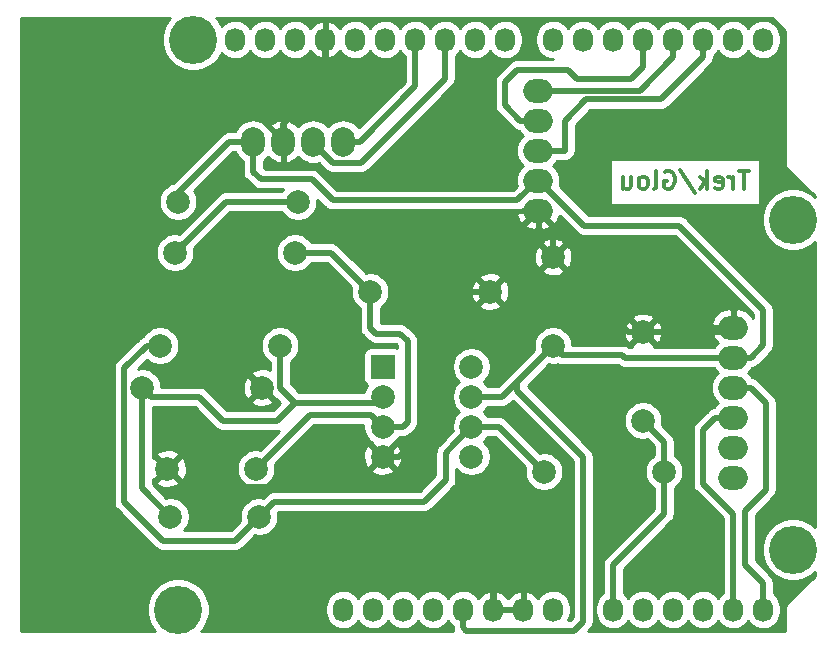
<source format=gbr>
G04 #@! TF.GenerationSoftware,KiCad,Pcbnew,(5.1.2)-2*
G04 #@! TF.CreationDate,2021-03-10T15:00:10+01:00*
G04 #@! TF.ProjectId,projet shield capteur,70726f6a-6574-4207-9368-69656c642063,rev?*
G04 #@! TF.SameCoordinates,Original*
G04 #@! TF.FileFunction,Copper,L2,Bot*
G04 #@! TF.FilePolarity,Positive*
%FSLAX46Y46*%
G04 Gerber Fmt 4.6, Leading zero omitted, Abs format (unit mm)*
G04 Created by KiCad (PCBNEW (5.1.2)-2) date 2021-03-10 15:00:10*
%MOMM*%
%LPD*%
G04 APERTURE LIST*
%ADD10C,0.300000*%
%ADD11O,2.500000X2.000000*%
%ADD12C,2.000000*%
%ADD13O,1.727200X2.032000*%
%ADD14C,4.064000*%
%ADD15R,2.000000X2.000000*%
%ADD16O,2.000000X2.500000*%
%ADD17C,0.500000*%
%ADD18C,0.254000*%
G04 APERTURE END LIST*
D10*
X173322571Y-86681571D02*
X172465428Y-86681571D01*
X172894000Y-88181571D02*
X172894000Y-86681571D01*
X171965428Y-88181571D02*
X171965428Y-87181571D01*
X171965428Y-87467285D02*
X171894000Y-87324428D01*
X171822571Y-87253000D01*
X171679714Y-87181571D01*
X171536857Y-87181571D01*
X170465428Y-88110142D02*
X170608285Y-88181571D01*
X170894000Y-88181571D01*
X171036857Y-88110142D01*
X171108285Y-87967285D01*
X171108285Y-87395857D01*
X171036857Y-87253000D01*
X170894000Y-87181571D01*
X170608285Y-87181571D01*
X170465428Y-87253000D01*
X170394000Y-87395857D01*
X170394000Y-87538714D01*
X171108285Y-87681571D01*
X169751142Y-88181571D02*
X169751142Y-86681571D01*
X169608285Y-87610142D02*
X169179714Y-88181571D01*
X169179714Y-87181571D02*
X169751142Y-87753000D01*
X167465428Y-86610142D02*
X168751142Y-88538714D01*
X166179714Y-86753000D02*
X166322571Y-86681571D01*
X166536857Y-86681571D01*
X166751142Y-86753000D01*
X166894000Y-86895857D01*
X166965428Y-87038714D01*
X167036857Y-87324428D01*
X167036857Y-87538714D01*
X166965428Y-87824428D01*
X166894000Y-87967285D01*
X166751142Y-88110142D01*
X166536857Y-88181571D01*
X166394000Y-88181571D01*
X166179714Y-88110142D01*
X166108285Y-88038714D01*
X166108285Y-87538714D01*
X166394000Y-87538714D01*
X165251142Y-88181571D02*
X165394000Y-88110142D01*
X165465428Y-87967285D01*
X165465428Y-86681571D01*
X164465428Y-88181571D02*
X164608285Y-88110142D01*
X164679714Y-88038714D01*
X164751142Y-87895857D01*
X164751142Y-87467285D01*
X164679714Y-87324428D01*
X164608285Y-87253000D01*
X164465428Y-87181571D01*
X164251142Y-87181571D01*
X164108285Y-87253000D01*
X164036857Y-87324428D01*
X163965428Y-87467285D01*
X163965428Y-87895857D01*
X164036857Y-88038714D01*
X164108285Y-88110142D01*
X164251142Y-88181571D01*
X164465428Y-88181571D01*
X162679714Y-87181571D02*
X162679714Y-88181571D01*
X163322571Y-87181571D02*
X163322571Y-87967285D01*
X163251142Y-88110142D01*
X163108285Y-88181571D01*
X162894000Y-88181571D01*
X162751142Y-88110142D01*
X162679714Y-88038714D01*
D11*
X171958000Y-112649000D03*
X171958000Y-110109000D03*
X171958000Y-107569000D03*
X171958000Y-105029000D03*
X171958000Y-102489000D03*
X171958000Y-99949000D03*
D12*
X155956000Y-112141000D03*
X166116000Y-112141000D03*
X141224000Y-96901000D03*
X151384000Y-96901000D03*
X131572000Y-111887000D03*
X124072000Y-111887000D03*
D13*
X138938000Y-123825000D03*
X141478000Y-123825000D03*
X144018000Y-123825000D03*
X146558000Y-123825000D03*
X149098000Y-123825000D03*
X151638000Y-123825000D03*
X154178000Y-123825000D03*
X156718000Y-123825000D03*
X161798000Y-123825000D03*
X164338000Y-123825000D03*
X166878000Y-123825000D03*
X169418000Y-123825000D03*
X171958000Y-123825000D03*
X174498000Y-123825000D03*
X129794000Y-75565000D03*
X132334000Y-75565000D03*
X134874000Y-75565000D03*
X137414000Y-75565000D03*
X139954000Y-75565000D03*
X142494000Y-75565000D03*
X145034000Y-75565000D03*
X147574000Y-75565000D03*
X150114000Y-75565000D03*
X152654000Y-75565000D03*
X156718000Y-75565000D03*
X159258000Y-75565000D03*
X161798000Y-75565000D03*
X164338000Y-75565000D03*
X166878000Y-75565000D03*
X169418000Y-75565000D03*
X171958000Y-75565000D03*
X174498000Y-75565000D03*
D14*
X124968000Y-123825000D03*
X177038000Y-118745000D03*
X126238000Y-75565000D03*
X177038000Y-90805000D03*
D12*
X164338000Y-100323000D03*
X164338000Y-107823000D03*
X156718000Y-93973000D03*
X156718000Y-101473000D03*
X131826000Y-115951000D03*
X124326000Y-115951000D03*
X124968000Y-89281000D03*
X135128000Y-89281000D03*
X132080000Y-105029000D03*
X121920000Y-105029000D03*
X123444000Y-101473000D03*
X133604000Y-101473000D03*
X134874000Y-93599000D03*
X124714000Y-93599000D03*
X149810000Y-103251000D03*
D15*
X142290000Y-103251000D03*
D12*
X149810000Y-105791000D03*
X142290000Y-105791000D03*
X149810000Y-108331000D03*
X142290000Y-108331000D03*
X149810000Y-110871000D03*
X142290000Y-110871000D03*
D16*
X131318000Y-84201000D03*
X133858000Y-84201000D03*
X136398000Y-84201000D03*
X138938000Y-84201000D03*
D11*
X155448000Y-79883000D03*
X155448000Y-82423000D03*
X155448000Y-84963000D03*
X155448000Y-87503000D03*
X155448000Y-90043000D03*
D17*
X152400000Y-105791000D02*
X149810000Y-105791000D01*
X129286000Y-84201000D02*
X131318000Y-84201000D01*
X157517999Y-102272999D02*
X162597999Y-102272999D01*
X156718000Y-101473000D02*
X157517999Y-102272999D01*
X153670000Y-104521000D02*
X152400000Y-105791000D01*
X156718000Y-101473000D02*
X153670000Y-104521000D01*
X162814000Y-102489000D02*
X171958000Y-102489000D01*
X162597999Y-102272999D02*
X162814000Y-102489000D01*
X173458000Y-102489000D02*
X174498000Y-101449000D01*
X171958000Y-102489000D02*
X173458000Y-102489000D01*
X174498000Y-101449000D02*
X174498000Y-98425000D01*
X174498000Y-98425000D02*
X167394581Y-91321581D01*
X149627875Y-123825000D02*
X149098000Y-123825000D01*
X153670000Y-105283000D02*
X153670000Y-104521000D01*
X149098000Y-125341000D02*
X149360000Y-125603000D01*
X149098000Y-123825000D02*
X149098000Y-125341000D01*
X149360000Y-125603000D02*
X158496000Y-125603000D01*
X158496000Y-125603000D02*
X159258000Y-124841000D01*
X159258000Y-124841000D02*
X159258000Y-110871000D01*
X159258000Y-110871000D02*
X153670000Y-105283000D01*
X155548000Y-87503000D02*
X155448000Y-87503000D01*
X159366581Y-91321581D02*
X155548000Y-87503000D01*
X167394581Y-91321581D02*
X159366581Y-91321581D01*
X131318000Y-84201000D02*
X131318000Y-86741000D01*
X131318000Y-86741000D02*
X131953000Y-87376000D01*
X136271000Y-87376000D02*
X138049000Y-89154000D01*
X155348000Y-87503000D02*
X155448000Y-87503000D01*
X138049000Y-89154000D02*
X153697000Y-89154000D01*
X131953000Y-87376000D02*
X136271000Y-87376000D01*
X153697000Y-89154000D02*
X155348000Y-87503000D01*
X124968000Y-88519000D02*
X125222000Y-88265000D01*
X124968000Y-89281000D02*
X124968000Y-88519000D01*
X124714000Y-88773000D02*
X125222000Y-88265000D01*
X125222000Y-88265000D02*
X129286000Y-84201000D01*
X133858000Y-84201000D02*
X133858000Y-82701000D01*
X137414000Y-79145000D02*
X137414000Y-75565000D01*
X133858000Y-82701000D02*
X137414000Y-79145000D01*
X163068000Y-100323000D02*
X156718000Y-93973000D01*
X164338000Y-100323000D02*
X163068000Y-100323000D01*
X141782000Y-110363000D02*
X142290000Y-110871000D01*
X133858000Y-84101000D02*
X131418000Y-81661000D01*
X133858000Y-84201000D02*
X133858000Y-84101000D01*
X131418000Y-81661000D02*
X124968000Y-81661000D01*
X124968000Y-81661000D02*
X122174000Y-84455000D01*
X122174000Y-84455000D02*
X122174000Y-94615000D01*
X171584000Y-100323000D02*
X171958000Y-99949000D01*
X164338000Y-100323000D02*
X171584000Y-100323000D01*
X133858000Y-84201000D02*
X133858000Y-84301000D01*
X122174000Y-94615000D02*
X123952000Y-96393000D01*
X130810000Y-103759000D02*
X132080000Y-105029000D01*
X130810000Y-101219000D02*
X130810000Y-103759000D01*
X130810000Y-98171000D02*
X130810000Y-101219000D01*
X129032000Y-96393000D02*
X130810000Y-98171000D01*
X154178000Y-123825000D02*
X151638000Y-123825000D01*
X151638000Y-123825000D02*
X151638000Y-123977400D01*
X125322001Y-113137001D02*
X125710001Y-113137001D01*
X124072000Y-111887000D02*
X125322001Y-113137001D01*
X125710001Y-113137001D02*
X125984000Y-113411000D01*
X139750000Y-113411000D02*
X142290000Y-110871000D01*
X125984000Y-113411000D02*
X139750000Y-113411000D01*
X151384000Y-96901000D02*
X150252630Y-96901000D01*
X145288000Y-96901000D02*
X139700000Y-91313000D01*
X133858000Y-91313000D02*
X128778000Y-96393000D01*
X139700000Y-91313000D02*
X133858000Y-91313000D01*
X123952000Y-96393000D02*
X128778000Y-96393000D01*
X128778000Y-96393000D02*
X129032000Y-96393000D01*
X147458630Y-97270370D02*
X147828000Y-96901000D01*
X147458630Y-107116583D02*
X147458630Y-97270370D01*
X143704213Y-110871000D02*
X147458630Y-107116583D01*
X142290000Y-110871000D02*
X143704213Y-110871000D01*
X147828000Y-96901000D02*
X145288000Y-96901000D01*
X151638000Y-120777000D02*
X151638000Y-123825000D01*
X123952000Y-96393000D02*
X123952000Y-96901000D01*
X123952000Y-96901000D02*
X118364000Y-102489000D01*
X118364000Y-102489000D02*
X118364000Y-114427000D01*
X118364000Y-114427000D02*
X123444000Y-119507000D01*
X123444000Y-119507000D02*
X150368000Y-119507000D01*
X150368000Y-119507000D02*
X151638000Y-120777000D01*
X148590000Y-96901000D02*
X155448000Y-90043000D01*
X148590000Y-96901000D02*
X147828000Y-96901000D01*
X151384000Y-96901000D02*
X148590000Y-96901000D01*
X156718000Y-91313000D02*
X155448000Y-90043000D01*
X156718000Y-93973000D02*
X156718000Y-91313000D01*
X144018000Y-108331000D02*
X142290000Y-108331000D01*
X144399000Y-107950000D02*
X144018000Y-108331000D01*
X141224000Y-96901000D02*
X141224000Y-99949000D01*
X141224000Y-99949000D02*
X141732000Y-100457000D01*
X141732000Y-100457000D02*
X143764000Y-100457000D01*
X144399000Y-101092000D02*
X144399000Y-107950000D01*
X143764000Y-100457000D02*
X144399000Y-101092000D01*
X137922000Y-93599000D02*
X141224000Y-96901000D01*
X134874000Y-93599000D02*
X137922000Y-93599000D01*
X141274000Y-107315000D02*
X142290000Y-108331000D01*
X131572000Y-111887000D02*
X136144000Y-107315000D01*
X136144000Y-107315000D02*
X141274000Y-107315000D01*
X161798000Y-120269000D02*
X161798000Y-120777000D01*
X161798000Y-123825000D02*
X161798000Y-120777000D01*
X161798000Y-120015000D02*
X161798000Y-120777000D01*
X166116000Y-109601000D02*
X166116000Y-112141000D01*
X164338000Y-107823000D02*
X166116000Y-109601000D01*
X166116000Y-115697000D02*
X161798000Y-120015000D01*
X166116000Y-112141000D02*
X166116000Y-115697000D01*
X149984331Y-108505331D02*
X149810000Y-108331000D01*
X149810000Y-108331000D02*
X148359999Y-109781001D01*
X145796000Y-114681000D02*
X147647999Y-112829001D01*
X148359999Y-109831001D02*
X147647999Y-110543001D01*
X148359999Y-109781001D02*
X148359999Y-109831001D01*
X147647999Y-112829001D02*
X147647999Y-110543001D01*
X152146000Y-108331000D02*
X155956000Y-112141000D01*
X149810000Y-108331000D02*
X152146000Y-108331000D01*
X133096000Y-114681000D02*
X145796000Y-114681000D01*
X133096000Y-114681000D02*
X131826000Y-115951000D01*
X120396000Y-114681000D02*
X123698000Y-117983000D01*
X131826000Y-115951000D02*
X129794000Y-117983000D01*
X129794000Y-117983000D02*
X123698000Y-117983000D01*
X120396000Y-103389630D02*
X122312630Y-101473000D01*
X122312630Y-101473000D02*
X123444000Y-101473000D01*
X120396000Y-103389630D02*
X120396000Y-114681000D01*
X134874000Y-106299000D02*
X141782000Y-106299000D01*
X141782000Y-106299000D02*
X142290000Y-105791000D01*
X134366000Y-105791000D02*
X134874000Y-106299000D01*
X133604000Y-105029000D02*
X134366000Y-105791000D01*
X133604000Y-101473000D02*
X133604000Y-105029000D01*
X121920000Y-113545000D02*
X124326000Y-115951000D01*
X121920000Y-105029000D02*
X122719999Y-105828999D01*
X121920000Y-105029000D02*
X121920000Y-113545000D01*
X133350000Y-107823000D02*
X134874000Y-106299000D01*
X128778000Y-107823000D02*
X133350000Y-107823000D01*
X126783999Y-105828999D02*
X128778000Y-107823000D01*
X122719999Y-105828999D02*
X126783999Y-105828999D01*
X171958000Y-118745000D02*
X171958000Y-123825000D01*
X171958000Y-115697000D02*
X171958000Y-118745000D01*
X169418000Y-113157000D02*
X171958000Y-115697000D01*
X169418000Y-108609000D02*
X169418000Y-113157000D01*
X170458000Y-107569000D02*
X169418000Y-108609000D01*
X171958000Y-107569000D02*
X170458000Y-107569000D01*
X172058000Y-105029000D02*
X171958000Y-105029000D01*
X174498000Y-121539000D02*
X174498000Y-123825000D01*
X171958000Y-105029000D02*
X173458000Y-105029000D01*
X174752000Y-106323000D02*
X174752000Y-113665000D01*
X174752000Y-113665000D02*
X172974000Y-115443000D01*
X172974000Y-115443000D02*
X172974000Y-120015000D01*
X173458000Y-105029000D02*
X174752000Y-106323000D01*
X172974000Y-120015000D02*
X174498000Y-121539000D01*
X145034000Y-79505000D02*
X145034000Y-78867000D01*
X140338000Y-84201000D02*
X145034000Y-79505000D01*
X138938000Y-84201000D02*
X140338000Y-84201000D01*
X145034000Y-78867000D02*
X145034000Y-75565000D01*
X136398000Y-84201000D02*
X136928798Y-84201000D01*
X147574000Y-77343000D02*
X147574000Y-75565000D01*
X136398000Y-84201000D02*
X136398000Y-84301000D01*
X136398000Y-84301000D02*
X138076000Y-85979000D01*
X140462000Y-85979000D02*
X147574000Y-78867000D01*
X147574000Y-78867000D02*
X147574000Y-75565000D01*
X138076000Y-85979000D02*
X140462000Y-85979000D01*
X166878000Y-75717400D02*
X166878000Y-75565000D01*
X156948000Y-79883000D02*
X155448000Y-79883000D01*
X164076000Y-79883000D02*
X156948000Y-79883000D01*
X166878000Y-77081000D02*
X164076000Y-79883000D01*
X166878000Y-75565000D02*
X166878000Y-77081000D01*
X169418000Y-75717400D02*
X169418000Y-75565000D01*
X164338000Y-75717400D02*
X164338000Y-75565000D01*
X163322000Y-78867000D02*
X164338000Y-77851000D01*
X158750000Y-78867000D02*
X163322000Y-78867000D01*
X153948000Y-82423000D02*
X152654000Y-81129000D01*
X155448000Y-82423000D02*
X153948000Y-82423000D01*
X152654000Y-81129000D02*
X152654000Y-79121000D01*
X164338000Y-77851000D02*
X164338000Y-75565000D01*
X152654000Y-79121000D02*
X153670000Y-78105000D01*
X153670000Y-78105000D02*
X157988000Y-78105000D01*
X157988000Y-78105000D02*
X158750000Y-78867000D01*
X169418000Y-75565000D02*
X169418000Y-77081000D01*
X157734000Y-84963000D02*
X157734000Y-82423000D01*
X157734000Y-84963000D02*
X155448000Y-84963000D01*
X159516000Y-80641000D02*
X165858000Y-80641000D01*
X157734000Y-82423000D02*
X159516000Y-80641000D01*
X169418000Y-77081000D02*
X165858000Y-80641000D01*
X124714000Y-93599000D02*
X125513999Y-92799001D01*
X129032000Y-89281000D02*
X129794000Y-89281000D01*
X124714000Y-93599000D02*
X129032000Y-89281000D01*
X129286000Y-89281000D02*
X129794000Y-89281000D01*
X129794000Y-89281000D02*
X135128000Y-89281000D01*
D18*
G36*
X124166406Y-73864887D02*
G01*
X123874536Y-74301702D01*
X123673492Y-74787065D01*
X123571000Y-75302323D01*
X123571000Y-75827677D01*
X123673492Y-76342935D01*
X123874536Y-76828298D01*
X124166406Y-77265113D01*
X124537887Y-77636594D01*
X124974702Y-77928464D01*
X125460065Y-78129508D01*
X125975323Y-78232000D01*
X126500677Y-78232000D01*
X127015935Y-78129508D01*
X127501298Y-77928464D01*
X127938113Y-77636594D01*
X128309594Y-77265113D01*
X128601464Y-76828298D01*
X128657001Y-76694219D01*
X128729203Y-76782197D01*
X128957395Y-76969469D01*
X129217737Y-77108625D01*
X129500224Y-77194316D01*
X129794000Y-77223251D01*
X130087777Y-77194316D01*
X130370264Y-77108625D01*
X130630606Y-76969469D01*
X130858797Y-76782197D01*
X131046069Y-76554006D01*
X131064000Y-76520459D01*
X131081931Y-76554006D01*
X131269203Y-76782197D01*
X131497395Y-76969469D01*
X131757737Y-77108625D01*
X132040224Y-77194316D01*
X132334000Y-77223251D01*
X132627777Y-77194316D01*
X132910264Y-77108625D01*
X133170606Y-76969469D01*
X133398797Y-76782197D01*
X133586069Y-76554006D01*
X133604000Y-76520459D01*
X133621931Y-76554006D01*
X133809203Y-76782197D01*
X134037395Y-76969469D01*
X134297737Y-77108625D01*
X134580224Y-77194316D01*
X134874000Y-77223251D01*
X135167777Y-77194316D01*
X135450264Y-77108625D01*
X135710606Y-76969469D01*
X135938797Y-76782197D01*
X136126069Y-76554006D01*
X136147424Y-76514053D01*
X136295514Y-76716729D01*
X136511965Y-76915733D01*
X136763081Y-77068686D01*
X137039211Y-77169709D01*
X137054974Y-77172358D01*
X137287000Y-77051217D01*
X137287000Y-75692000D01*
X137267000Y-75692000D01*
X137267000Y-75438000D01*
X137287000Y-75438000D01*
X137287000Y-74078783D01*
X137054974Y-73957642D01*
X137039211Y-73960291D01*
X136763081Y-74061314D01*
X136511965Y-74214267D01*
X136295514Y-74413271D01*
X136147424Y-74615947D01*
X136126069Y-74575994D01*
X135938797Y-74347803D01*
X135710605Y-74160531D01*
X135450263Y-74021375D01*
X135167776Y-73935684D01*
X134874000Y-73906749D01*
X134580223Y-73935684D01*
X134297736Y-74021375D01*
X134037394Y-74160531D01*
X133809203Y-74347803D01*
X133621931Y-74575995D01*
X133604000Y-74609541D01*
X133586069Y-74575994D01*
X133398797Y-74347803D01*
X133170605Y-74160531D01*
X132910263Y-74021375D01*
X132627776Y-73935684D01*
X132334000Y-73906749D01*
X132040223Y-73935684D01*
X131757736Y-74021375D01*
X131497394Y-74160531D01*
X131269203Y-74347803D01*
X131081931Y-74575995D01*
X131064000Y-74609541D01*
X131046069Y-74575994D01*
X130858797Y-74347803D01*
X130630605Y-74160531D01*
X130370263Y-74021375D01*
X130087776Y-73935684D01*
X129794000Y-73906749D01*
X129500223Y-73935684D01*
X129217736Y-74021375D01*
X128957394Y-74160531D01*
X128729203Y-74347803D01*
X128657001Y-74435781D01*
X128601464Y-74301702D01*
X128309594Y-73864887D01*
X128179707Y-73735000D01*
X175219909Y-73735000D01*
X176328001Y-74843093D01*
X176328000Y-85944125D01*
X176324565Y-85979000D01*
X176328000Y-86013875D01*
X176328000Y-86013876D01*
X176338273Y-86118183D01*
X176378872Y-86252019D01*
X176444800Y-86375362D01*
X176533525Y-86483474D01*
X176560617Y-86505708D01*
X178868001Y-88813093D01*
X178868001Y-88863294D01*
X178738113Y-88733406D01*
X178301298Y-88441536D01*
X177815935Y-88240492D01*
X177300677Y-88138000D01*
X176775323Y-88138000D01*
X176260065Y-88240492D01*
X175774702Y-88441536D01*
X175337887Y-88733406D01*
X174966406Y-89104887D01*
X174674536Y-89541702D01*
X174473492Y-90027065D01*
X174371000Y-90542323D01*
X174371000Y-91067677D01*
X174473492Y-91582935D01*
X174674536Y-92068298D01*
X174966406Y-92505113D01*
X175337887Y-92876594D01*
X175774702Y-93168464D01*
X176260065Y-93369508D01*
X176775323Y-93472000D01*
X177300677Y-93472000D01*
X177815935Y-93369508D01*
X178301298Y-93168464D01*
X178738113Y-92876594D01*
X178868001Y-92746706D01*
X178868000Y-116803293D01*
X178738113Y-116673406D01*
X178301298Y-116381536D01*
X177815935Y-116180492D01*
X177300677Y-116078000D01*
X176775323Y-116078000D01*
X176260065Y-116180492D01*
X175774702Y-116381536D01*
X175337887Y-116673406D01*
X174966406Y-117044887D01*
X174674536Y-117481702D01*
X174473492Y-117967065D01*
X174371000Y-118482323D01*
X174371000Y-119007677D01*
X174473492Y-119522935D01*
X174674536Y-120008298D01*
X174966406Y-120445113D01*
X175337887Y-120816594D01*
X175774702Y-121108464D01*
X176260065Y-121309508D01*
X176775323Y-121412000D01*
X177300677Y-121412000D01*
X177815935Y-121309508D01*
X178301298Y-121108464D01*
X178738113Y-120816594D01*
X178868000Y-120686707D01*
X178868000Y-120990908D01*
X176560617Y-123298292D01*
X176533526Y-123320525D01*
X176511293Y-123347616D01*
X176444801Y-123428637D01*
X176378872Y-123551981D01*
X176338274Y-123685816D01*
X176324565Y-123825000D01*
X176328001Y-123859885D01*
X176328000Y-125655000D01*
X159695579Y-125655000D01*
X159853050Y-125497529D01*
X159886817Y-125469817D01*
X159919897Y-125429510D01*
X159997411Y-125335059D01*
X160079588Y-125181314D01*
X160079589Y-125181313D01*
X160130195Y-125014490D01*
X160143000Y-124884477D01*
X160143000Y-124884469D01*
X160147281Y-124841000D01*
X160143000Y-124797531D01*
X160143000Y-110914465D01*
X160147281Y-110870999D01*
X160143000Y-110827533D01*
X160143000Y-110827523D01*
X160130195Y-110697510D01*
X160079589Y-110530687D01*
X159997411Y-110376941D01*
X159886817Y-110242183D01*
X159853049Y-110214470D01*
X154555000Y-104916422D01*
X154555000Y-104887578D01*
X156371475Y-103071104D01*
X156556967Y-103108000D01*
X156879033Y-103108000D01*
X157114975Y-103061068D01*
X157177686Y-103094588D01*
X157344509Y-103145194D01*
X157474522Y-103157999D01*
X157474532Y-103157999D01*
X157517998Y-103162280D01*
X157561464Y-103157999D01*
X162234144Y-103157999D01*
X162319941Y-103228411D01*
X162473687Y-103310589D01*
X162640510Y-103361195D01*
X162770523Y-103374000D01*
X162770531Y-103374000D01*
X162814000Y-103378281D01*
X162857469Y-103374000D01*
X170327135Y-103374000D01*
X170341969Y-103401752D01*
X170546286Y-103650714D01*
X170678233Y-103759000D01*
X170546286Y-103867286D01*
X170341969Y-104116248D01*
X170190148Y-104400285D01*
X170096657Y-104708484D01*
X170065089Y-105029000D01*
X170096657Y-105349516D01*
X170190148Y-105657715D01*
X170341969Y-105941752D01*
X170546286Y-106190714D01*
X170678233Y-106299000D01*
X170546286Y-106407286D01*
X170341969Y-106656248D01*
X170322279Y-106693085D01*
X170284510Y-106696805D01*
X170117687Y-106747411D01*
X169963941Y-106829589D01*
X169963939Y-106829590D01*
X169963940Y-106829590D01*
X169862953Y-106912468D01*
X169862951Y-106912470D01*
X169829183Y-106940183D01*
X169801470Y-106973951D01*
X168822956Y-107952466D01*
X168789183Y-107980183D01*
X168678589Y-108114942D01*
X168596411Y-108268688D01*
X168545805Y-108435511D01*
X168533000Y-108565524D01*
X168533000Y-108565531D01*
X168528719Y-108609000D01*
X168533000Y-108652469D01*
X168533001Y-113113521D01*
X168528719Y-113157000D01*
X168545805Y-113330490D01*
X168596412Y-113497313D01*
X168678590Y-113651059D01*
X168761468Y-113752046D01*
X168761471Y-113752049D01*
X168789184Y-113785817D01*
X168822951Y-113813529D01*
X171073000Y-116063579D01*
X171073001Y-118701514D01*
X171073000Y-118701524D01*
X171073001Y-122460246D01*
X170893203Y-122607803D01*
X170705931Y-122835995D01*
X170688000Y-122869541D01*
X170670069Y-122835994D01*
X170482797Y-122607803D01*
X170254605Y-122420531D01*
X169994263Y-122281375D01*
X169711776Y-122195684D01*
X169418000Y-122166749D01*
X169124223Y-122195684D01*
X168841736Y-122281375D01*
X168581394Y-122420531D01*
X168353203Y-122607803D01*
X168165931Y-122835995D01*
X168148000Y-122869541D01*
X168130069Y-122835994D01*
X167942797Y-122607803D01*
X167714605Y-122420531D01*
X167454263Y-122281375D01*
X167171776Y-122195684D01*
X166878000Y-122166749D01*
X166584223Y-122195684D01*
X166301736Y-122281375D01*
X166041394Y-122420531D01*
X165813203Y-122607803D01*
X165625931Y-122835995D01*
X165608000Y-122869541D01*
X165590069Y-122835994D01*
X165402797Y-122607803D01*
X165174605Y-122420531D01*
X164914263Y-122281375D01*
X164631776Y-122195684D01*
X164338000Y-122166749D01*
X164044223Y-122195684D01*
X163761736Y-122281375D01*
X163501394Y-122420531D01*
X163273203Y-122607803D01*
X163085931Y-122835995D01*
X163068000Y-122869541D01*
X163050069Y-122835994D01*
X162862797Y-122607803D01*
X162683000Y-122460248D01*
X162683000Y-120381578D01*
X166711049Y-116353530D01*
X166744817Y-116325817D01*
X166773134Y-116291314D01*
X166855410Y-116191060D01*
X166855411Y-116191059D01*
X166937589Y-116037313D01*
X166988195Y-115870490D01*
X167001000Y-115740477D01*
X167001000Y-115740467D01*
X167005281Y-115697001D01*
X167001000Y-115653535D01*
X167001000Y-113516059D01*
X167158252Y-113410987D01*
X167385987Y-113183252D01*
X167564918Y-112915463D01*
X167688168Y-112617912D01*
X167751000Y-112302033D01*
X167751000Y-111979967D01*
X167688168Y-111664088D01*
X167564918Y-111366537D01*
X167385987Y-111098748D01*
X167158252Y-110871013D01*
X167001000Y-110765941D01*
X167001000Y-109644469D01*
X167005281Y-109601000D01*
X167001000Y-109557531D01*
X167001000Y-109557523D01*
X166988195Y-109427510D01*
X166937589Y-109260687D01*
X166855411Y-109106941D01*
X166843959Y-109092987D01*
X166772532Y-109005953D01*
X166772530Y-109005951D01*
X166744817Y-108972183D01*
X166711050Y-108944471D01*
X165936103Y-108169525D01*
X165973000Y-107984033D01*
X165973000Y-107661967D01*
X165910168Y-107346088D01*
X165786918Y-107048537D01*
X165607987Y-106780748D01*
X165380252Y-106553013D01*
X165112463Y-106374082D01*
X164814912Y-106250832D01*
X164499033Y-106188000D01*
X164176967Y-106188000D01*
X163861088Y-106250832D01*
X163563537Y-106374082D01*
X163295748Y-106553013D01*
X163068013Y-106780748D01*
X162889082Y-107048537D01*
X162765832Y-107346088D01*
X162703000Y-107661967D01*
X162703000Y-107984033D01*
X162765832Y-108299912D01*
X162889082Y-108597463D01*
X163068013Y-108865252D01*
X163295748Y-109092987D01*
X163563537Y-109271918D01*
X163861088Y-109395168D01*
X164176967Y-109458000D01*
X164499033Y-109458000D01*
X164684525Y-109421103D01*
X165231000Y-109967579D01*
X165231000Y-110765940D01*
X165073748Y-110871013D01*
X164846013Y-111098748D01*
X164667082Y-111366537D01*
X164543832Y-111664088D01*
X164481000Y-111979967D01*
X164481000Y-112302033D01*
X164543832Y-112617912D01*
X164667082Y-112915463D01*
X164846013Y-113183252D01*
X165073748Y-113410987D01*
X165231000Y-113516060D01*
X165231001Y-115330420D01*
X161202956Y-119358466D01*
X161169183Y-119386183D01*
X161058589Y-119520942D01*
X160976411Y-119674688D01*
X160925805Y-119841511D01*
X160913000Y-119971524D01*
X160913000Y-119971531D01*
X160908719Y-120015000D01*
X160913000Y-120058469D01*
X160913000Y-120820477D01*
X160913001Y-120820487D01*
X160913000Y-122460247D01*
X160733203Y-122607803D01*
X160545931Y-122835995D01*
X160406775Y-123096337D01*
X160321084Y-123378824D01*
X160299400Y-123598982D01*
X160299400Y-124051019D01*
X160321084Y-124271177D01*
X160406775Y-124553664D01*
X160545931Y-124814006D01*
X160733203Y-125042197D01*
X160961395Y-125229469D01*
X161221737Y-125368625D01*
X161504224Y-125454316D01*
X161798000Y-125483251D01*
X162091777Y-125454316D01*
X162374264Y-125368625D01*
X162634606Y-125229469D01*
X162862797Y-125042197D01*
X163050069Y-124814006D01*
X163068000Y-124780459D01*
X163085931Y-124814006D01*
X163273203Y-125042197D01*
X163501395Y-125229469D01*
X163761737Y-125368625D01*
X164044224Y-125454316D01*
X164338000Y-125483251D01*
X164631777Y-125454316D01*
X164914264Y-125368625D01*
X165174606Y-125229469D01*
X165402797Y-125042197D01*
X165590069Y-124814006D01*
X165608000Y-124780459D01*
X165625931Y-124814006D01*
X165813203Y-125042197D01*
X166041395Y-125229469D01*
X166301737Y-125368625D01*
X166584224Y-125454316D01*
X166878000Y-125483251D01*
X167171777Y-125454316D01*
X167454264Y-125368625D01*
X167714606Y-125229469D01*
X167942797Y-125042197D01*
X168130069Y-124814006D01*
X168148000Y-124780459D01*
X168165931Y-124814006D01*
X168353203Y-125042197D01*
X168581395Y-125229469D01*
X168841737Y-125368625D01*
X169124224Y-125454316D01*
X169418000Y-125483251D01*
X169711777Y-125454316D01*
X169994264Y-125368625D01*
X170254606Y-125229469D01*
X170482797Y-125042197D01*
X170670069Y-124814006D01*
X170688000Y-124780459D01*
X170705931Y-124814006D01*
X170893203Y-125042197D01*
X171121395Y-125229469D01*
X171381737Y-125368625D01*
X171664224Y-125454316D01*
X171958000Y-125483251D01*
X172251777Y-125454316D01*
X172534264Y-125368625D01*
X172794606Y-125229469D01*
X173022797Y-125042197D01*
X173210069Y-124814006D01*
X173228000Y-124780459D01*
X173245931Y-124814006D01*
X173433203Y-125042197D01*
X173661395Y-125229469D01*
X173921737Y-125368625D01*
X174204224Y-125454316D01*
X174498000Y-125483251D01*
X174791777Y-125454316D01*
X175074264Y-125368625D01*
X175334606Y-125229469D01*
X175562797Y-125042197D01*
X175750069Y-124814006D01*
X175889225Y-124553663D01*
X175974916Y-124271176D01*
X175996600Y-124051018D01*
X175996600Y-123598981D01*
X175974916Y-123378823D01*
X175889225Y-123096336D01*
X175750069Y-122835994D01*
X175562797Y-122607803D01*
X175383000Y-122460248D01*
X175383000Y-121582465D01*
X175387281Y-121538999D01*
X175383000Y-121495533D01*
X175383000Y-121495523D01*
X175370195Y-121365510D01*
X175319589Y-121198687D01*
X175237411Y-121044941D01*
X175210361Y-121011981D01*
X175154532Y-120943953D01*
X175154530Y-120943951D01*
X175126817Y-120910183D01*
X175093050Y-120882471D01*
X173859000Y-119648422D01*
X173859000Y-115809578D01*
X175347049Y-114321530D01*
X175380817Y-114293817D01*
X175491411Y-114159059D01*
X175573589Y-114005313D01*
X175624195Y-113838490D01*
X175637000Y-113708477D01*
X175637000Y-113708469D01*
X175641281Y-113665000D01*
X175637000Y-113621531D01*
X175637000Y-106366465D01*
X175641281Y-106322999D01*
X175637000Y-106279533D01*
X175637000Y-106279523D01*
X175624195Y-106149510D01*
X175573589Y-105982687D01*
X175491411Y-105828941D01*
X175380817Y-105694183D01*
X175347050Y-105666471D01*
X174114534Y-104433956D01*
X174086817Y-104400183D01*
X173952059Y-104289589D01*
X173798313Y-104207411D01*
X173631490Y-104156805D01*
X173593721Y-104153085D01*
X173574031Y-104116248D01*
X173369714Y-103867286D01*
X173237767Y-103759000D01*
X173369714Y-103650714D01*
X173574031Y-103401752D01*
X173593721Y-103364915D01*
X173631490Y-103361195D01*
X173798313Y-103310589D01*
X173952059Y-103228411D01*
X174086817Y-103117817D01*
X174114534Y-103084044D01*
X175093050Y-102105529D01*
X175126817Y-102077817D01*
X175237411Y-101943059D01*
X175319589Y-101789313D01*
X175370195Y-101622490D01*
X175383000Y-101492477D01*
X175383000Y-101492467D01*
X175387281Y-101449001D01*
X175383000Y-101405535D01*
X175383000Y-98468465D01*
X175387281Y-98424999D01*
X175383000Y-98381533D01*
X175383000Y-98381523D01*
X175370195Y-98251510D01*
X175319589Y-98084687D01*
X175237411Y-97930941D01*
X175126817Y-97796183D01*
X175093049Y-97768470D01*
X168051115Y-90726537D01*
X168023398Y-90692764D01*
X167888640Y-90582170D01*
X167734894Y-90499992D01*
X167568071Y-90449386D01*
X167438058Y-90436581D01*
X167438050Y-90436581D01*
X167394581Y-90432300D01*
X167351112Y-90436581D01*
X159733160Y-90436581D01*
X157265296Y-87968718D01*
X157309343Y-87823516D01*
X157340911Y-87503000D01*
X157309343Y-87182484D01*
X157215852Y-86874285D01*
X157064031Y-86590248D01*
X156859714Y-86341286D01*
X156727767Y-86233000D01*
X156859714Y-86124714D01*
X157064031Y-85875752D01*
X157078865Y-85848000D01*
X157690523Y-85848000D01*
X157734000Y-85852282D01*
X157777476Y-85848000D01*
X157777477Y-85848000D01*
X157907490Y-85835195D01*
X158074313Y-85784589D01*
X158208248Y-85713000D01*
X161537572Y-85713000D01*
X161537572Y-89533000D01*
X174250429Y-89533000D01*
X174250429Y-85713000D01*
X161537572Y-85713000D01*
X158208248Y-85713000D01*
X158228059Y-85702411D01*
X158362817Y-85591817D01*
X158473411Y-85457059D01*
X158555589Y-85303313D01*
X158606195Y-85136490D01*
X158623282Y-84963000D01*
X158619000Y-84919523D01*
X158619000Y-82789578D01*
X159882579Y-81526000D01*
X165814531Y-81526000D01*
X165858000Y-81530281D01*
X165901469Y-81526000D01*
X165901477Y-81526000D01*
X166031490Y-81513195D01*
X166198313Y-81462589D01*
X166352059Y-81380411D01*
X166486817Y-81269817D01*
X166514534Y-81236044D01*
X170013049Y-77737530D01*
X170046817Y-77709817D01*
X170157411Y-77575059D01*
X170239589Y-77421313D01*
X170290195Y-77254490D01*
X170303000Y-77124477D01*
X170303000Y-77124467D01*
X170307281Y-77081001D01*
X170303000Y-77037535D01*
X170303000Y-76929753D01*
X170482797Y-76782197D01*
X170670069Y-76554006D01*
X170688000Y-76520459D01*
X170705931Y-76554006D01*
X170893203Y-76782197D01*
X171121395Y-76969469D01*
X171381737Y-77108625D01*
X171664224Y-77194316D01*
X171958000Y-77223251D01*
X172251777Y-77194316D01*
X172534264Y-77108625D01*
X172794606Y-76969469D01*
X173022797Y-76782197D01*
X173210069Y-76554006D01*
X173228000Y-76520459D01*
X173245931Y-76554006D01*
X173433203Y-76782197D01*
X173661395Y-76969469D01*
X173921737Y-77108625D01*
X174204224Y-77194316D01*
X174498000Y-77223251D01*
X174791777Y-77194316D01*
X175074264Y-77108625D01*
X175334606Y-76969469D01*
X175562797Y-76782197D01*
X175750069Y-76554006D01*
X175889225Y-76293663D01*
X175974916Y-76011176D01*
X175996600Y-75791018D01*
X175996600Y-75338981D01*
X175974916Y-75118823D01*
X175889225Y-74836336D01*
X175750069Y-74575994D01*
X175562797Y-74347803D01*
X175334605Y-74160531D01*
X175074263Y-74021375D01*
X174791776Y-73935684D01*
X174498000Y-73906749D01*
X174204223Y-73935684D01*
X173921736Y-74021375D01*
X173661394Y-74160531D01*
X173433203Y-74347803D01*
X173245931Y-74575995D01*
X173228000Y-74609541D01*
X173210069Y-74575994D01*
X173022797Y-74347803D01*
X172794605Y-74160531D01*
X172534263Y-74021375D01*
X172251776Y-73935684D01*
X171958000Y-73906749D01*
X171664223Y-73935684D01*
X171381736Y-74021375D01*
X171121394Y-74160531D01*
X170893203Y-74347803D01*
X170705931Y-74575995D01*
X170688000Y-74609541D01*
X170670069Y-74575994D01*
X170482797Y-74347803D01*
X170254605Y-74160531D01*
X169994263Y-74021375D01*
X169711776Y-73935684D01*
X169418000Y-73906749D01*
X169124223Y-73935684D01*
X168841736Y-74021375D01*
X168581394Y-74160531D01*
X168353203Y-74347803D01*
X168165931Y-74575995D01*
X168148000Y-74609541D01*
X168130069Y-74575994D01*
X167942797Y-74347803D01*
X167714605Y-74160531D01*
X167454263Y-74021375D01*
X167171776Y-73935684D01*
X166878000Y-73906749D01*
X166584223Y-73935684D01*
X166301736Y-74021375D01*
X166041394Y-74160531D01*
X165813203Y-74347803D01*
X165625931Y-74575995D01*
X165608000Y-74609541D01*
X165590069Y-74575994D01*
X165402797Y-74347803D01*
X165174605Y-74160531D01*
X164914263Y-74021375D01*
X164631776Y-73935684D01*
X164338000Y-73906749D01*
X164044223Y-73935684D01*
X163761736Y-74021375D01*
X163501394Y-74160531D01*
X163273203Y-74347803D01*
X163085931Y-74575995D01*
X163068000Y-74609541D01*
X163050069Y-74575994D01*
X162862797Y-74347803D01*
X162634605Y-74160531D01*
X162374263Y-74021375D01*
X162091776Y-73935684D01*
X161798000Y-73906749D01*
X161504223Y-73935684D01*
X161221736Y-74021375D01*
X160961394Y-74160531D01*
X160733203Y-74347803D01*
X160545931Y-74575995D01*
X160528000Y-74609541D01*
X160510069Y-74575994D01*
X160322797Y-74347803D01*
X160094605Y-74160531D01*
X159834263Y-74021375D01*
X159551776Y-73935684D01*
X159258000Y-73906749D01*
X158964223Y-73935684D01*
X158681736Y-74021375D01*
X158421394Y-74160531D01*
X158193203Y-74347803D01*
X158005931Y-74575995D01*
X157988000Y-74609541D01*
X157970069Y-74575994D01*
X157782797Y-74347803D01*
X157554605Y-74160531D01*
X157294263Y-74021375D01*
X157011776Y-73935684D01*
X156718000Y-73906749D01*
X156424223Y-73935684D01*
X156141736Y-74021375D01*
X155881394Y-74160531D01*
X155653203Y-74347803D01*
X155465931Y-74575995D01*
X155326775Y-74836337D01*
X155241084Y-75118824D01*
X155219400Y-75338982D01*
X155219400Y-75791019D01*
X155241084Y-76011177D01*
X155326775Y-76293664D01*
X155465931Y-76554006D01*
X155653203Y-76782197D01*
X155881395Y-76969469D01*
X156141737Y-77108625D01*
X156424224Y-77194316D01*
X156684993Y-77220000D01*
X153713469Y-77220000D01*
X153670000Y-77215719D01*
X153626531Y-77220000D01*
X153626523Y-77220000D01*
X153511306Y-77231348D01*
X153496509Y-77232805D01*
X153445903Y-77248157D01*
X153329687Y-77283411D01*
X153175941Y-77365589D01*
X153175939Y-77365590D01*
X153175940Y-77365590D01*
X153074953Y-77448468D01*
X153074951Y-77448470D01*
X153041183Y-77476183D01*
X153013470Y-77509951D01*
X152058951Y-78464471D01*
X152025184Y-78492183D01*
X151997471Y-78525951D01*
X151997468Y-78525954D01*
X151914590Y-78626941D01*
X151832412Y-78780687D01*
X151781805Y-78947510D01*
X151764719Y-79121000D01*
X151769001Y-79164479D01*
X151769000Y-81085531D01*
X151764719Y-81129000D01*
X151769000Y-81172469D01*
X151769000Y-81172476D01*
X151781805Y-81302489D01*
X151832411Y-81469312D01*
X151914589Y-81623058D01*
X152025183Y-81757817D01*
X152058956Y-81785534D01*
X153291470Y-83018049D01*
X153319183Y-83051817D01*
X153352951Y-83079530D01*
X153352953Y-83079532D01*
X153424452Y-83138210D01*
X153453941Y-83162411D01*
X153607687Y-83244589D01*
X153774510Y-83295195D01*
X153812279Y-83298915D01*
X153831969Y-83335752D01*
X154036286Y-83584714D01*
X154168233Y-83693000D01*
X154036286Y-83801286D01*
X153831969Y-84050248D01*
X153680148Y-84334285D01*
X153586657Y-84642484D01*
X153555089Y-84963000D01*
X153586657Y-85283516D01*
X153680148Y-85591715D01*
X153831969Y-85875752D01*
X154036286Y-86124714D01*
X154168233Y-86233000D01*
X154036286Y-86341286D01*
X153831969Y-86590248D01*
X153680148Y-86874285D01*
X153586657Y-87182484D01*
X153555089Y-87503000D01*
X153586657Y-87823516D01*
X153630704Y-87968718D01*
X153330422Y-88269000D01*
X138415579Y-88269000D01*
X136927534Y-86780956D01*
X136899817Y-86747183D01*
X136765059Y-86636589D01*
X136611313Y-86554411D01*
X136444490Y-86503805D01*
X136314477Y-86491000D01*
X136314469Y-86491000D01*
X136271000Y-86486719D01*
X136227531Y-86491000D01*
X132319579Y-86491000D01*
X132203000Y-86374422D01*
X132203000Y-85831865D01*
X132230752Y-85817031D01*
X132479714Y-85612714D01*
X132583039Y-85486812D01*
X132794660Y-85705300D01*
X133059794Y-85888646D01*
X133355602Y-86016744D01*
X133477566Y-86041124D01*
X133731000Y-85921777D01*
X133731000Y-84328000D01*
X133711000Y-84328000D01*
X133711000Y-84074000D01*
X133731000Y-84074000D01*
X133731000Y-82480223D01*
X133985000Y-82480223D01*
X133985000Y-84074000D01*
X134005000Y-84074000D01*
X134005000Y-84328000D01*
X133985000Y-84328000D01*
X133985000Y-85921777D01*
X134238434Y-86041124D01*
X134360398Y-86016744D01*
X134656206Y-85888646D01*
X134921340Y-85705300D01*
X135132961Y-85486812D01*
X135236286Y-85612714D01*
X135485249Y-85817031D01*
X135769286Y-85968852D01*
X136077485Y-86062343D01*
X136398000Y-86093911D01*
X136718516Y-86062343D01*
X136863718Y-86018297D01*
X137419470Y-86574049D01*
X137447183Y-86607817D01*
X137480951Y-86635530D01*
X137480953Y-86635532D01*
X137533586Y-86678727D01*
X137581941Y-86718411D01*
X137735687Y-86800589D01*
X137902510Y-86851195D01*
X138032523Y-86864000D01*
X138032533Y-86864000D01*
X138075999Y-86868281D01*
X138119465Y-86864000D01*
X140418531Y-86864000D01*
X140462000Y-86868281D01*
X140505469Y-86864000D01*
X140505477Y-86864000D01*
X140635490Y-86851195D01*
X140802313Y-86800589D01*
X140956059Y-86718411D01*
X141090817Y-86607817D01*
X141118534Y-86574044D01*
X148169051Y-79523528D01*
X148202817Y-79495817D01*
X148313411Y-79361059D01*
X148395589Y-79207313D01*
X148446195Y-79040490D01*
X148459000Y-78910477D01*
X148459000Y-78910469D01*
X148463281Y-78867000D01*
X148459000Y-78823531D01*
X148459000Y-76929753D01*
X148638797Y-76782197D01*
X148826069Y-76554006D01*
X148844000Y-76520459D01*
X148861931Y-76554006D01*
X149049203Y-76782197D01*
X149277395Y-76969469D01*
X149537737Y-77108625D01*
X149820224Y-77194316D01*
X150114000Y-77223251D01*
X150407777Y-77194316D01*
X150690264Y-77108625D01*
X150950606Y-76969469D01*
X151178797Y-76782197D01*
X151366069Y-76554006D01*
X151384000Y-76520459D01*
X151401931Y-76554006D01*
X151589203Y-76782197D01*
X151817395Y-76969469D01*
X152077737Y-77108625D01*
X152360224Y-77194316D01*
X152654000Y-77223251D01*
X152947777Y-77194316D01*
X153230264Y-77108625D01*
X153490606Y-76969469D01*
X153718797Y-76782197D01*
X153906069Y-76554006D01*
X154045225Y-76293663D01*
X154130916Y-76011176D01*
X154152600Y-75791018D01*
X154152600Y-75338981D01*
X154130916Y-75118823D01*
X154045225Y-74836336D01*
X153906069Y-74575994D01*
X153718797Y-74347803D01*
X153490605Y-74160531D01*
X153230263Y-74021375D01*
X152947776Y-73935684D01*
X152654000Y-73906749D01*
X152360223Y-73935684D01*
X152077736Y-74021375D01*
X151817394Y-74160531D01*
X151589203Y-74347803D01*
X151401931Y-74575995D01*
X151384000Y-74609541D01*
X151366069Y-74575994D01*
X151178797Y-74347803D01*
X150950605Y-74160531D01*
X150690263Y-74021375D01*
X150407776Y-73935684D01*
X150114000Y-73906749D01*
X149820223Y-73935684D01*
X149537736Y-74021375D01*
X149277394Y-74160531D01*
X149049203Y-74347803D01*
X148861931Y-74575995D01*
X148844000Y-74609541D01*
X148826069Y-74575994D01*
X148638797Y-74347803D01*
X148410605Y-74160531D01*
X148150263Y-74021375D01*
X147867776Y-73935684D01*
X147574000Y-73906749D01*
X147280223Y-73935684D01*
X146997736Y-74021375D01*
X146737394Y-74160531D01*
X146509203Y-74347803D01*
X146321931Y-74575995D01*
X146304000Y-74609541D01*
X146286069Y-74575994D01*
X146098797Y-74347803D01*
X145870605Y-74160531D01*
X145610263Y-74021375D01*
X145327776Y-73935684D01*
X145034000Y-73906749D01*
X144740223Y-73935684D01*
X144457736Y-74021375D01*
X144197394Y-74160531D01*
X143969203Y-74347803D01*
X143781931Y-74575995D01*
X143764000Y-74609541D01*
X143746069Y-74575994D01*
X143558797Y-74347803D01*
X143330605Y-74160531D01*
X143070263Y-74021375D01*
X142787776Y-73935684D01*
X142494000Y-73906749D01*
X142200223Y-73935684D01*
X141917736Y-74021375D01*
X141657394Y-74160531D01*
X141429203Y-74347803D01*
X141241931Y-74575995D01*
X141224000Y-74609541D01*
X141206069Y-74575994D01*
X141018797Y-74347803D01*
X140790605Y-74160531D01*
X140530263Y-74021375D01*
X140247776Y-73935684D01*
X139954000Y-73906749D01*
X139660223Y-73935684D01*
X139377736Y-74021375D01*
X139117394Y-74160531D01*
X138889203Y-74347803D01*
X138701931Y-74575995D01*
X138680576Y-74615947D01*
X138532486Y-74413271D01*
X138316035Y-74214267D01*
X138064919Y-74061314D01*
X137788789Y-73960291D01*
X137773026Y-73957642D01*
X137541000Y-74078783D01*
X137541000Y-75438000D01*
X137561000Y-75438000D01*
X137561000Y-75692000D01*
X137541000Y-75692000D01*
X137541000Y-77051217D01*
X137773026Y-77172358D01*
X137788789Y-77169709D01*
X138064919Y-77068686D01*
X138316035Y-76915733D01*
X138532486Y-76716729D01*
X138680576Y-76514053D01*
X138701931Y-76554006D01*
X138889203Y-76782197D01*
X139117395Y-76969469D01*
X139377737Y-77108625D01*
X139660224Y-77194316D01*
X139954000Y-77223251D01*
X140247777Y-77194316D01*
X140530264Y-77108625D01*
X140790606Y-76969469D01*
X141018797Y-76782197D01*
X141206069Y-76554006D01*
X141224000Y-76520459D01*
X141241931Y-76554006D01*
X141429203Y-76782197D01*
X141657395Y-76969469D01*
X141917737Y-77108625D01*
X142200224Y-77194316D01*
X142494000Y-77223251D01*
X142787777Y-77194316D01*
X143070264Y-77108625D01*
X143330606Y-76969469D01*
X143558797Y-76782197D01*
X143746069Y-76554006D01*
X143764000Y-76520459D01*
X143781931Y-76554006D01*
X143969203Y-76782197D01*
X144149001Y-76929753D01*
X144149000Y-78823523D01*
X144149000Y-79138421D01*
X140279304Y-83008118D01*
X140099714Y-82789286D01*
X139850751Y-82584969D01*
X139566714Y-82433148D01*
X139258515Y-82339657D01*
X138938000Y-82308089D01*
X138617484Y-82339657D01*
X138309285Y-82433148D01*
X138025248Y-82584969D01*
X137776286Y-82789286D01*
X137668000Y-82921234D01*
X137559714Y-82789286D01*
X137310751Y-82584969D01*
X137026714Y-82433148D01*
X136718515Y-82339657D01*
X136398000Y-82308089D01*
X136077484Y-82339657D01*
X135769285Y-82433148D01*
X135485248Y-82584969D01*
X135236286Y-82789286D01*
X135132961Y-82915189D01*
X134921340Y-82696700D01*
X134656206Y-82513354D01*
X134360398Y-82385256D01*
X134238434Y-82360876D01*
X133985000Y-82480223D01*
X133731000Y-82480223D01*
X133477566Y-82360876D01*
X133355602Y-82385256D01*
X133059794Y-82513354D01*
X132794660Y-82696700D01*
X132583039Y-82915188D01*
X132479714Y-82789286D01*
X132230751Y-82584969D01*
X131946714Y-82433148D01*
X131638515Y-82339657D01*
X131318000Y-82308089D01*
X130997484Y-82339657D01*
X130689285Y-82433148D01*
X130405248Y-82584969D01*
X130156286Y-82789286D01*
X129951969Y-83038249D01*
X129803508Y-83316000D01*
X129329469Y-83316000D01*
X129286000Y-83311719D01*
X129242531Y-83316000D01*
X129242523Y-83316000D01*
X129127306Y-83327348D01*
X129112509Y-83328805D01*
X129089609Y-83335752D01*
X128945687Y-83379411D01*
X128822700Y-83445148D01*
X128791941Y-83461589D01*
X128690953Y-83544468D01*
X128690951Y-83544470D01*
X128657183Y-83572183D01*
X128629470Y-83605951D01*
X124626954Y-87608468D01*
X124535405Y-87700017D01*
X124491088Y-87708832D01*
X124193537Y-87832082D01*
X123925748Y-88011013D01*
X123698013Y-88238748D01*
X123519082Y-88506537D01*
X123395832Y-88804088D01*
X123333000Y-89119967D01*
X123333000Y-89442033D01*
X123395832Y-89757912D01*
X123519082Y-90055463D01*
X123698013Y-90323252D01*
X123925748Y-90550987D01*
X124193537Y-90729918D01*
X124491088Y-90853168D01*
X124806967Y-90916000D01*
X125129033Y-90916000D01*
X125444912Y-90853168D01*
X125742463Y-90729918D01*
X126010252Y-90550987D01*
X126237987Y-90323252D01*
X126416918Y-90055463D01*
X126540168Y-89757912D01*
X126603000Y-89442033D01*
X126603000Y-89119967D01*
X126540168Y-88804088D01*
X126416918Y-88506537D01*
X126342867Y-88395711D01*
X129652579Y-85086000D01*
X129803507Y-85086000D01*
X129951969Y-85363752D01*
X130156286Y-85612714D01*
X130405249Y-85817031D01*
X130433001Y-85831865D01*
X130433001Y-86697521D01*
X130428719Y-86741000D01*
X130445805Y-86914490D01*
X130496412Y-87081313D01*
X130578590Y-87235059D01*
X130661468Y-87336046D01*
X130661471Y-87336049D01*
X130689184Y-87369817D01*
X130722951Y-87397529D01*
X131296470Y-87971049D01*
X131324183Y-88004817D01*
X131357951Y-88032530D01*
X131357953Y-88032532D01*
X131458941Y-88115411D01*
X131612686Y-88197589D01*
X131748368Y-88238748D01*
X131779510Y-88248195D01*
X131909523Y-88261000D01*
X131909531Y-88261000D01*
X131953000Y-88265281D01*
X131996469Y-88261000D01*
X133843145Y-88261000D01*
X133752941Y-88396000D01*
X129075465Y-88396000D01*
X129031999Y-88391719D01*
X128988533Y-88396000D01*
X128988523Y-88396000D01*
X128858510Y-88408805D01*
X128691687Y-88459411D01*
X128537941Y-88541589D01*
X128537939Y-88541590D01*
X128537940Y-88541590D01*
X128436953Y-88624468D01*
X128436951Y-88624470D01*
X128403183Y-88652183D01*
X128375470Y-88685951D01*
X125060525Y-92000897D01*
X124875033Y-91964000D01*
X124552967Y-91964000D01*
X124237088Y-92026832D01*
X123939537Y-92150082D01*
X123671748Y-92329013D01*
X123444013Y-92556748D01*
X123265082Y-92824537D01*
X123141832Y-93122088D01*
X123079000Y-93437967D01*
X123079000Y-93760033D01*
X123141832Y-94075912D01*
X123265082Y-94373463D01*
X123444013Y-94641252D01*
X123671748Y-94868987D01*
X123939537Y-95047918D01*
X124237088Y-95171168D01*
X124552967Y-95234000D01*
X124875033Y-95234000D01*
X125190912Y-95171168D01*
X125488463Y-95047918D01*
X125756252Y-94868987D01*
X125983987Y-94641252D01*
X126162918Y-94373463D01*
X126286168Y-94075912D01*
X126349000Y-93760033D01*
X126349000Y-93437967D01*
X126312103Y-93252475D01*
X129398579Y-90166000D01*
X133752941Y-90166000D01*
X133858013Y-90323252D01*
X134085748Y-90550987D01*
X134353537Y-90729918D01*
X134651088Y-90853168D01*
X134966967Y-90916000D01*
X135289033Y-90916000D01*
X135604912Y-90853168D01*
X135902463Y-90729918D01*
X136170252Y-90550987D01*
X136297805Y-90423434D01*
X153607876Y-90423434D01*
X153632256Y-90545398D01*
X153760354Y-90841206D01*
X153943700Y-91106340D01*
X154175248Y-91330610D01*
X154446100Y-91505398D01*
X154745847Y-91623987D01*
X155062970Y-91681819D01*
X155321000Y-91524016D01*
X155321000Y-90170000D01*
X153727223Y-90170000D01*
X153607876Y-90423434D01*
X136297805Y-90423434D01*
X136397987Y-90323252D01*
X136576918Y-90055463D01*
X136700168Y-89757912D01*
X136763000Y-89442033D01*
X136763000Y-89119967D01*
X136762904Y-89119482D01*
X137392470Y-89749049D01*
X137420183Y-89782817D01*
X137453951Y-89810530D01*
X137453953Y-89810532D01*
X137533783Y-89876047D01*
X137554941Y-89893411D01*
X137708687Y-89975589D01*
X137875510Y-90026195D01*
X138005523Y-90039000D01*
X138005531Y-90039000D01*
X138049000Y-90043281D01*
X138092469Y-90039000D01*
X153653531Y-90039000D01*
X153697000Y-90043281D01*
X153740469Y-90039000D01*
X153740477Y-90039000D01*
X153870490Y-90026195D01*
X154037313Y-89975589D01*
X154148797Y-89916000D01*
X155321000Y-89916000D01*
X155321000Y-89896000D01*
X155575000Y-89896000D01*
X155575000Y-89916000D01*
X155595000Y-89916000D01*
X155595000Y-90170000D01*
X155575000Y-90170000D01*
X155575000Y-91524016D01*
X155833030Y-91681819D01*
X156150153Y-91623987D01*
X156449900Y-91505398D01*
X156720752Y-91330610D01*
X156952300Y-91106340D01*
X157135646Y-90841206D01*
X157263744Y-90545398D01*
X157276251Y-90482830D01*
X158710051Y-91916630D01*
X158737764Y-91950398D01*
X158771532Y-91978111D01*
X158771534Y-91978113D01*
X158830898Y-92026832D01*
X158872522Y-92060992D01*
X159026268Y-92143170D01*
X159193091Y-92193776D01*
X159323104Y-92206581D01*
X159323114Y-92206581D01*
X159366580Y-92210862D01*
X159410047Y-92206581D01*
X167028003Y-92206581D01*
X173613001Y-98791580D01*
X173613001Y-99103586D01*
X173462300Y-98885660D01*
X173230752Y-98661390D01*
X172959900Y-98486602D01*
X172660153Y-98368013D01*
X172343030Y-98310181D01*
X172085000Y-98467984D01*
X172085000Y-99822000D01*
X172105000Y-99822000D01*
X172105000Y-100076000D01*
X172085000Y-100076000D01*
X172085000Y-100096000D01*
X171831000Y-100096000D01*
X171831000Y-100076000D01*
X170237223Y-100076000D01*
X170117876Y-100329434D01*
X170142256Y-100451398D01*
X170270354Y-100747206D01*
X170453700Y-101012340D01*
X170672188Y-101223961D01*
X170546286Y-101327286D01*
X170341969Y-101576248D01*
X170327135Y-101604000D01*
X165241078Y-101604000D01*
X165293808Y-101458413D01*
X164338000Y-100502605D01*
X163382192Y-101458413D01*
X163434922Y-101604000D01*
X163177855Y-101604000D01*
X163092058Y-101533588D01*
X162938312Y-101451410D01*
X162771489Y-101400804D01*
X162641476Y-101387999D01*
X162641468Y-101387999D01*
X162597999Y-101383718D01*
X162554530Y-101387999D01*
X158353000Y-101387999D01*
X158353000Y-101311967D01*
X158290168Y-100996088D01*
X158166918Y-100698537D01*
X157987987Y-100430748D01*
X157942834Y-100385595D01*
X162696282Y-100385595D01*
X162740039Y-100704675D01*
X162845205Y-101009088D01*
X162938186Y-101183044D01*
X163202587Y-101278808D01*
X164158395Y-100323000D01*
X164517605Y-100323000D01*
X165473413Y-101278808D01*
X165737814Y-101183044D01*
X165878704Y-100893429D01*
X165960384Y-100581892D01*
X165979718Y-100260405D01*
X165935961Y-99941325D01*
X165830795Y-99636912D01*
X165794264Y-99568566D01*
X170117876Y-99568566D01*
X170237223Y-99822000D01*
X171831000Y-99822000D01*
X171831000Y-98467984D01*
X171572970Y-98310181D01*
X171255847Y-98368013D01*
X170956100Y-98486602D01*
X170685248Y-98661390D01*
X170453700Y-98885660D01*
X170270354Y-99150794D01*
X170142256Y-99446602D01*
X170117876Y-99568566D01*
X165794264Y-99568566D01*
X165737814Y-99462956D01*
X165473413Y-99367192D01*
X164517605Y-100323000D01*
X164158395Y-100323000D01*
X163202587Y-99367192D01*
X162938186Y-99462956D01*
X162797296Y-99752571D01*
X162715616Y-100064108D01*
X162696282Y-100385595D01*
X157942834Y-100385595D01*
X157760252Y-100203013D01*
X157492463Y-100024082D01*
X157194912Y-99900832D01*
X156879033Y-99838000D01*
X156556967Y-99838000D01*
X156241088Y-99900832D01*
X155943537Y-100024082D01*
X155675748Y-100203013D01*
X155448013Y-100430748D01*
X155269082Y-100698537D01*
X155145832Y-100996088D01*
X155083000Y-101311967D01*
X155083000Y-101634033D01*
X155119896Y-101819525D01*
X153074958Y-103864464D01*
X153074953Y-103864468D01*
X153074946Y-103864475D01*
X153041184Y-103892183D01*
X153013476Y-103925945D01*
X152033422Y-104906000D01*
X151185059Y-104906000D01*
X151079987Y-104748748D01*
X150852252Y-104521013D01*
X150852233Y-104521000D01*
X150852252Y-104520987D01*
X151079987Y-104293252D01*
X151258918Y-104025463D01*
X151382168Y-103727912D01*
X151445000Y-103412033D01*
X151445000Y-103089967D01*
X151382168Y-102774088D01*
X151258918Y-102476537D01*
X151079987Y-102208748D01*
X150852252Y-101981013D01*
X150584463Y-101802082D01*
X150286912Y-101678832D01*
X149971033Y-101616000D01*
X149648967Y-101616000D01*
X149333088Y-101678832D01*
X149035537Y-101802082D01*
X148767748Y-101981013D01*
X148540013Y-102208748D01*
X148361082Y-102476537D01*
X148237832Y-102774088D01*
X148175000Y-103089967D01*
X148175000Y-103412033D01*
X148237832Y-103727912D01*
X148361082Y-104025463D01*
X148540013Y-104293252D01*
X148767748Y-104520987D01*
X148767767Y-104521000D01*
X148767748Y-104521013D01*
X148540013Y-104748748D01*
X148361082Y-105016537D01*
X148237832Y-105314088D01*
X148175000Y-105629967D01*
X148175000Y-105952033D01*
X148237832Y-106267912D01*
X148361082Y-106565463D01*
X148540013Y-106833252D01*
X148767748Y-107060987D01*
X148767767Y-107061000D01*
X148767748Y-107061013D01*
X148540013Y-107288748D01*
X148361082Y-107556537D01*
X148237832Y-107854088D01*
X148175000Y-108169967D01*
X148175000Y-108492033D01*
X148211897Y-108677525D01*
X147764955Y-109124467D01*
X147731182Y-109152184D01*
X147620588Y-109286943D01*
X147583970Y-109355451D01*
X147052950Y-109886472D01*
X147019183Y-109914184D01*
X146991470Y-109947952D01*
X146991467Y-109947955D01*
X146908589Y-110048942D01*
X146826411Y-110202688D01*
X146775804Y-110369511D01*
X146758718Y-110543001D01*
X146763000Y-110586480D01*
X146762999Y-112462422D01*
X145429422Y-113796000D01*
X133139465Y-113796000D01*
X133095999Y-113791719D01*
X133052533Y-113796000D01*
X133052523Y-113796000D01*
X132922510Y-113808805D01*
X132755687Y-113859411D01*
X132601941Y-113941589D01*
X132601939Y-113941590D01*
X132601940Y-113941590D01*
X132500953Y-114024468D01*
X132500951Y-114024470D01*
X132467183Y-114052183D01*
X132439470Y-114085951D01*
X132172525Y-114352896D01*
X131987033Y-114316000D01*
X131664967Y-114316000D01*
X131349088Y-114378832D01*
X131051537Y-114502082D01*
X130783748Y-114681013D01*
X130556013Y-114908748D01*
X130377082Y-115176537D01*
X130253832Y-115474088D01*
X130191000Y-115789967D01*
X130191000Y-116112033D01*
X130227897Y-116297525D01*
X129427422Y-117098000D01*
X125491239Y-117098000D01*
X125595987Y-116993252D01*
X125774918Y-116725463D01*
X125898168Y-116427912D01*
X125961000Y-116112033D01*
X125961000Y-115789967D01*
X125898168Y-115474088D01*
X125774918Y-115176537D01*
X125595987Y-114908748D01*
X125368252Y-114681013D01*
X125100463Y-114502082D01*
X124802912Y-114378832D01*
X124487033Y-114316000D01*
X124164967Y-114316000D01*
X123979475Y-114352896D01*
X122805000Y-113178422D01*
X122805000Y-113022413D01*
X123116192Y-113022413D01*
X123211956Y-113286814D01*
X123501571Y-113427704D01*
X123813108Y-113509384D01*
X124134595Y-113528718D01*
X124453675Y-113484961D01*
X124758088Y-113379795D01*
X124932044Y-113286814D01*
X125027808Y-113022413D01*
X124072000Y-112066605D01*
X123116192Y-113022413D01*
X122805000Y-113022413D01*
X122805000Y-112795148D01*
X122936587Y-112842808D01*
X123892395Y-111887000D01*
X124251605Y-111887000D01*
X125207413Y-112842808D01*
X125471814Y-112747044D01*
X125612704Y-112457429D01*
X125694384Y-112145892D01*
X125713718Y-111824405D01*
X125669961Y-111505325D01*
X125564795Y-111200912D01*
X125471814Y-111026956D01*
X125207413Y-110931192D01*
X124251605Y-111887000D01*
X123892395Y-111887000D01*
X122936587Y-110931192D01*
X122805000Y-110978852D01*
X122805000Y-110751587D01*
X123116192Y-110751587D01*
X124072000Y-111707395D01*
X125027808Y-110751587D01*
X124932044Y-110487186D01*
X124642429Y-110346296D01*
X124330892Y-110264616D01*
X124009405Y-110245282D01*
X123690325Y-110289039D01*
X123385912Y-110394205D01*
X123211956Y-110487186D01*
X123116192Y-110751587D01*
X122805000Y-110751587D01*
X122805000Y-106713999D01*
X126417421Y-106713999D01*
X128121470Y-108418049D01*
X128149183Y-108451817D01*
X128182951Y-108479530D01*
X128182953Y-108479532D01*
X128213366Y-108504491D01*
X128283941Y-108562411D01*
X128437687Y-108644589D01*
X128604510Y-108695195D01*
X128734523Y-108708000D01*
X128734533Y-108708000D01*
X128777999Y-108712281D01*
X128821465Y-108708000D01*
X133306531Y-108708000D01*
X133350000Y-108712281D01*
X133393469Y-108708000D01*
X133393477Y-108708000D01*
X133510996Y-108696426D01*
X131918525Y-110288897D01*
X131733033Y-110252000D01*
X131410967Y-110252000D01*
X131095088Y-110314832D01*
X130797537Y-110438082D01*
X130529748Y-110617013D01*
X130302013Y-110844748D01*
X130123082Y-111112537D01*
X129999832Y-111410088D01*
X129937000Y-111725967D01*
X129937000Y-112048033D01*
X129999832Y-112363912D01*
X130123082Y-112661463D01*
X130302013Y-112929252D01*
X130529748Y-113156987D01*
X130797537Y-113335918D01*
X131095088Y-113459168D01*
X131410967Y-113522000D01*
X131733033Y-113522000D01*
X132048912Y-113459168D01*
X132346463Y-113335918D01*
X132614252Y-113156987D01*
X132841987Y-112929252D01*
X133020918Y-112661463D01*
X133144168Y-112363912D01*
X133207000Y-112048033D01*
X133207000Y-112006413D01*
X141334192Y-112006413D01*
X141429956Y-112270814D01*
X141719571Y-112411704D01*
X142031108Y-112493384D01*
X142352595Y-112512718D01*
X142671675Y-112468961D01*
X142976088Y-112363795D01*
X143150044Y-112270814D01*
X143245808Y-112006413D01*
X142290000Y-111050605D01*
X141334192Y-112006413D01*
X133207000Y-112006413D01*
X133207000Y-111725967D01*
X133170103Y-111540475D01*
X133776983Y-110933595D01*
X140648282Y-110933595D01*
X140692039Y-111252675D01*
X140797205Y-111557088D01*
X140890186Y-111731044D01*
X141154587Y-111826808D01*
X142110395Y-110871000D01*
X142469605Y-110871000D01*
X143425413Y-111826808D01*
X143689814Y-111731044D01*
X143830704Y-111441429D01*
X143912384Y-111129892D01*
X143931718Y-110808405D01*
X143887961Y-110489325D01*
X143782795Y-110184912D01*
X143689814Y-110010956D01*
X143425413Y-109915192D01*
X142469605Y-110871000D01*
X142110395Y-110871000D01*
X141154587Y-109915192D01*
X140890186Y-110010956D01*
X140749296Y-110300571D01*
X140667616Y-110612108D01*
X140648282Y-110933595D01*
X133776983Y-110933595D01*
X136510579Y-108200000D01*
X140655000Y-108200000D01*
X140655000Y-108492033D01*
X140717832Y-108807912D01*
X140841082Y-109105463D01*
X141020013Y-109373252D01*
X141247748Y-109600987D01*
X141356600Y-109673720D01*
X141334192Y-109735587D01*
X142290000Y-110691395D01*
X143245808Y-109735587D01*
X143223400Y-109673720D01*
X143332252Y-109600987D01*
X143559987Y-109373252D01*
X143665059Y-109216000D01*
X143974531Y-109216000D01*
X144018000Y-109220281D01*
X144061469Y-109216000D01*
X144061477Y-109216000D01*
X144191490Y-109203195D01*
X144358313Y-109152589D01*
X144512059Y-109070411D01*
X144646817Y-108959817D01*
X144674534Y-108926044D01*
X144994044Y-108606534D01*
X145027817Y-108578817D01*
X145138411Y-108444059D01*
X145220589Y-108290313D01*
X145271195Y-108123490D01*
X145284000Y-107993477D01*
X145284000Y-107993467D01*
X145288281Y-107950001D01*
X145284000Y-107906535D01*
X145284000Y-101135469D01*
X145288281Y-101092000D01*
X145284000Y-101048531D01*
X145284000Y-101048523D01*
X145271195Y-100918510D01*
X145246858Y-100838282D01*
X145220589Y-100751686D01*
X145138411Y-100597941D01*
X145055532Y-100496953D01*
X145055530Y-100496951D01*
X145027817Y-100463183D01*
X144994050Y-100435471D01*
X144420532Y-99861954D01*
X144392817Y-99828183D01*
X144258059Y-99717589D01*
X144104313Y-99635411D01*
X143937490Y-99584805D01*
X143807477Y-99572000D01*
X143807469Y-99572000D01*
X143764000Y-99567719D01*
X143720531Y-99572000D01*
X142109000Y-99572000D01*
X142109000Y-99187587D01*
X163382192Y-99187587D01*
X164338000Y-100143395D01*
X165293808Y-99187587D01*
X165198044Y-98923186D01*
X164908429Y-98782296D01*
X164596892Y-98700616D01*
X164275405Y-98681282D01*
X163956325Y-98725039D01*
X163651912Y-98830205D01*
X163477956Y-98923186D01*
X163382192Y-99187587D01*
X142109000Y-99187587D01*
X142109000Y-98276059D01*
X142266252Y-98170987D01*
X142400826Y-98036413D01*
X150428192Y-98036413D01*
X150523956Y-98300814D01*
X150813571Y-98441704D01*
X151125108Y-98523384D01*
X151446595Y-98542718D01*
X151765675Y-98498961D01*
X152070088Y-98393795D01*
X152244044Y-98300814D01*
X152339808Y-98036413D01*
X151384000Y-97080605D01*
X150428192Y-98036413D01*
X142400826Y-98036413D01*
X142493987Y-97943252D01*
X142672918Y-97675463D01*
X142796168Y-97377912D01*
X142859000Y-97062033D01*
X142859000Y-96963595D01*
X149742282Y-96963595D01*
X149786039Y-97282675D01*
X149891205Y-97587088D01*
X149984186Y-97761044D01*
X150248587Y-97856808D01*
X151204395Y-96901000D01*
X151563605Y-96901000D01*
X152519413Y-97856808D01*
X152783814Y-97761044D01*
X152924704Y-97471429D01*
X153006384Y-97159892D01*
X153025718Y-96838405D01*
X152981961Y-96519325D01*
X152876795Y-96214912D01*
X152783814Y-96040956D01*
X152519413Y-95945192D01*
X151563605Y-96901000D01*
X151204395Y-96901000D01*
X150248587Y-95945192D01*
X149984186Y-96040956D01*
X149843296Y-96330571D01*
X149761616Y-96642108D01*
X149742282Y-96963595D01*
X142859000Y-96963595D01*
X142859000Y-96739967D01*
X142796168Y-96424088D01*
X142672918Y-96126537D01*
X142493987Y-95858748D01*
X142400826Y-95765587D01*
X150428192Y-95765587D01*
X151384000Y-96721395D01*
X152339808Y-95765587D01*
X152244044Y-95501186D01*
X151954429Y-95360296D01*
X151642892Y-95278616D01*
X151321405Y-95259282D01*
X151002325Y-95303039D01*
X150697912Y-95408205D01*
X150523956Y-95501186D01*
X150428192Y-95765587D01*
X142400826Y-95765587D01*
X142266252Y-95631013D01*
X141998463Y-95452082D01*
X141700912Y-95328832D01*
X141385033Y-95266000D01*
X141062967Y-95266000D01*
X140877475Y-95302896D01*
X140682992Y-95108413D01*
X155762192Y-95108413D01*
X155857956Y-95372814D01*
X156147571Y-95513704D01*
X156459108Y-95595384D01*
X156780595Y-95614718D01*
X157099675Y-95570961D01*
X157404088Y-95465795D01*
X157578044Y-95372814D01*
X157673808Y-95108413D01*
X156718000Y-94152605D01*
X155762192Y-95108413D01*
X140682992Y-95108413D01*
X139610174Y-94035595D01*
X155076282Y-94035595D01*
X155120039Y-94354675D01*
X155225205Y-94659088D01*
X155318186Y-94833044D01*
X155582587Y-94928808D01*
X156538395Y-93973000D01*
X156897605Y-93973000D01*
X157853413Y-94928808D01*
X158117814Y-94833044D01*
X158258704Y-94543429D01*
X158340384Y-94231892D01*
X158359718Y-93910405D01*
X158315961Y-93591325D01*
X158210795Y-93286912D01*
X158117814Y-93112956D01*
X157853413Y-93017192D01*
X156897605Y-93973000D01*
X156538395Y-93973000D01*
X155582587Y-93017192D01*
X155318186Y-93112956D01*
X155177296Y-93402571D01*
X155095616Y-93714108D01*
X155076282Y-94035595D01*
X139610174Y-94035595D01*
X138578532Y-93003954D01*
X138550817Y-92970183D01*
X138416059Y-92859589D01*
X138374896Y-92837587D01*
X155762192Y-92837587D01*
X156718000Y-93793395D01*
X157673808Y-92837587D01*
X157578044Y-92573186D01*
X157288429Y-92432296D01*
X156976892Y-92350616D01*
X156655405Y-92331282D01*
X156336325Y-92375039D01*
X156031912Y-92480205D01*
X155857956Y-92573186D01*
X155762192Y-92837587D01*
X138374896Y-92837587D01*
X138262313Y-92777411D01*
X138095490Y-92726805D01*
X137965477Y-92714000D01*
X137965469Y-92714000D01*
X137922000Y-92709719D01*
X137878531Y-92714000D01*
X136249059Y-92714000D01*
X136143987Y-92556748D01*
X135916252Y-92329013D01*
X135648463Y-92150082D01*
X135350912Y-92026832D01*
X135035033Y-91964000D01*
X134712967Y-91964000D01*
X134397088Y-92026832D01*
X134099537Y-92150082D01*
X133831748Y-92329013D01*
X133604013Y-92556748D01*
X133425082Y-92824537D01*
X133301832Y-93122088D01*
X133239000Y-93437967D01*
X133239000Y-93760033D01*
X133301832Y-94075912D01*
X133425082Y-94373463D01*
X133604013Y-94641252D01*
X133831748Y-94868987D01*
X134099537Y-95047918D01*
X134397088Y-95171168D01*
X134712967Y-95234000D01*
X135035033Y-95234000D01*
X135350912Y-95171168D01*
X135648463Y-95047918D01*
X135916252Y-94868987D01*
X136143987Y-94641252D01*
X136249059Y-94484000D01*
X137555422Y-94484000D01*
X139625896Y-96554475D01*
X139589000Y-96739967D01*
X139589000Y-97062033D01*
X139651832Y-97377912D01*
X139775082Y-97675463D01*
X139954013Y-97943252D01*
X140181748Y-98170987D01*
X140339000Y-98276060D01*
X140339001Y-99905521D01*
X140334719Y-99949000D01*
X140351805Y-100122490D01*
X140402412Y-100289313D01*
X140484590Y-100443059D01*
X140567468Y-100544046D01*
X140567471Y-100544049D01*
X140595184Y-100577817D01*
X140628952Y-100605530D01*
X141075466Y-101052044D01*
X141103183Y-101085817D01*
X141237941Y-101196411D01*
X141391687Y-101278589D01*
X141558510Y-101329195D01*
X141688523Y-101342000D01*
X141688533Y-101342000D01*
X141731999Y-101346281D01*
X141775465Y-101342000D01*
X143397422Y-101342000D01*
X143514000Y-101458579D01*
X143514000Y-101655376D01*
X143414482Y-101625188D01*
X143290000Y-101612928D01*
X141290000Y-101612928D01*
X141165518Y-101625188D01*
X141045820Y-101661498D01*
X140935506Y-101720463D01*
X140838815Y-101799815D01*
X140759463Y-101896506D01*
X140700498Y-102006820D01*
X140664188Y-102126518D01*
X140651928Y-102251000D01*
X140651928Y-104251000D01*
X140664188Y-104375482D01*
X140700498Y-104495180D01*
X140759463Y-104605494D01*
X140838815Y-104702185D01*
X140935506Y-104781537D01*
X140981630Y-104806191D01*
X140841082Y-105016537D01*
X140717832Y-105314088D01*
X140697958Y-105414000D01*
X135240578Y-105414000D01*
X135022537Y-105195959D01*
X135022532Y-105195953D01*
X134489000Y-104662422D01*
X134489000Y-102848059D01*
X134646252Y-102742987D01*
X134873987Y-102515252D01*
X135052918Y-102247463D01*
X135176168Y-101949912D01*
X135239000Y-101634033D01*
X135239000Y-101311967D01*
X135176168Y-100996088D01*
X135052918Y-100698537D01*
X134873987Y-100430748D01*
X134646252Y-100203013D01*
X134378463Y-100024082D01*
X134080912Y-99900832D01*
X133765033Y-99838000D01*
X133442967Y-99838000D01*
X133127088Y-99900832D01*
X132829537Y-100024082D01*
X132561748Y-100203013D01*
X132334013Y-100430748D01*
X132155082Y-100698537D01*
X132031832Y-100996088D01*
X131969000Y-101311967D01*
X131969000Y-101634033D01*
X132031832Y-101949912D01*
X132155082Y-102247463D01*
X132334013Y-102515252D01*
X132561748Y-102742987D01*
X132719000Y-102848060D01*
X132719001Y-103521654D01*
X132650429Y-103488296D01*
X132338892Y-103406616D01*
X132017405Y-103387282D01*
X131698325Y-103431039D01*
X131393912Y-103536205D01*
X131219956Y-103629186D01*
X131124192Y-103893587D01*
X132080000Y-104849395D01*
X132094143Y-104835253D01*
X132273748Y-105014858D01*
X132259605Y-105029000D01*
X133215413Y-105984808D01*
X133283551Y-105960129D01*
X133622421Y-106299000D01*
X132983422Y-106938000D01*
X129144579Y-106938000D01*
X128370992Y-106164413D01*
X131124192Y-106164413D01*
X131219956Y-106428814D01*
X131509571Y-106569704D01*
X131821108Y-106651384D01*
X132142595Y-106670718D01*
X132461675Y-106626961D01*
X132766088Y-106521795D01*
X132940044Y-106428814D01*
X133035808Y-106164413D01*
X132080000Y-105208605D01*
X131124192Y-106164413D01*
X128370992Y-106164413D01*
X127440533Y-105233955D01*
X127412816Y-105200182D01*
X127280504Y-105091595D01*
X130438282Y-105091595D01*
X130482039Y-105410675D01*
X130587205Y-105715088D01*
X130680186Y-105889044D01*
X130944587Y-105984808D01*
X131900395Y-105029000D01*
X130944587Y-104073192D01*
X130680186Y-104168956D01*
X130539296Y-104458571D01*
X130457616Y-104770108D01*
X130438282Y-105091595D01*
X127280504Y-105091595D01*
X127278058Y-105089588D01*
X127124312Y-105007410D01*
X126957489Y-104956804D01*
X126827476Y-104943999D01*
X126827468Y-104943999D01*
X126783999Y-104939718D01*
X126740530Y-104943999D01*
X123555000Y-104943999D01*
X123555000Y-104867967D01*
X123492168Y-104552088D01*
X123368918Y-104254537D01*
X123189987Y-103986748D01*
X122962252Y-103759013D01*
X122694463Y-103580082D01*
X122396912Y-103456832D01*
X122081033Y-103394000D01*
X121758967Y-103394000D01*
X121614465Y-103422743D01*
X122347985Y-102689224D01*
X122401748Y-102742987D01*
X122669537Y-102921918D01*
X122967088Y-103045168D01*
X123282967Y-103108000D01*
X123605033Y-103108000D01*
X123920912Y-103045168D01*
X124218463Y-102921918D01*
X124486252Y-102742987D01*
X124713987Y-102515252D01*
X124892918Y-102247463D01*
X125016168Y-101949912D01*
X125079000Y-101634033D01*
X125079000Y-101311967D01*
X125016168Y-100996088D01*
X124892918Y-100698537D01*
X124713987Y-100430748D01*
X124486252Y-100203013D01*
X124218463Y-100024082D01*
X123920912Y-99900832D01*
X123605033Y-99838000D01*
X123282967Y-99838000D01*
X122967088Y-99900832D01*
X122669537Y-100024082D01*
X122401748Y-100203013D01*
X122174013Y-100430748D01*
X122040363Y-100630769D01*
X121972317Y-100651411D01*
X121818571Y-100733589D01*
X121789082Y-100757790D01*
X121717583Y-100816468D01*
X121717581Y-100816470D01*
X121683813Y-100844183D01*
X121656100Y-100877951D01*
X119800956Y-102733096D01*
X119767183Y-102760813D01*
X119656589Y-102895572D01*
X119574411Y-103049318D01*
X119523805Y-103216141D01*
X119511000Y-103346154D01*
X119511000Y-103346161D01*
X119506719Y-103389630D01*
X119511000Y-103433099D01*
X119511001Y-114637521D01*
X119506719Y-114681000D01*
X119523805Y-114854490D01*
X119574412Y-115021313D01*
X119656590Y-115175059D01*
X119739468Y-115276046D01*
X119739469Y-115276047D01*
X119767184Y-115309817D01*
X119800951Y-115337529D01*
X123041470Y-118578049D01*
X123069183Y-118611817D01*
X123102951Y-118639530D01*
X123102953Y-118639532D01*
X123174452Y-118698210D01*
X123203941Y-118722411D01*
X123357687Y-118804589D01*
X123524510Y-118855195D01*
X123654523Y-118868000D01*
X123654533Y-118868000D01*
X123697999Y-118872281D01*
X123741465Y-118868000D01*
X129750531Y-118868000D01*
X129794000Y-118872281D01*
X129837469Y-118868000D01*
X129837477Y-118868000D01*
X129967490Y-118855195D01*
X130134313Y-118804589D01*
X130288059Y-118722411D01*
X130422817Y-118611817D01*
X130450534Y-118578044D01*
X131479475Y-117549103D01*
X131664967Y-117586000D01*
X131987033Y-117586000D01*
X132302912Y-117523168D01*
X132600463Y-117399918D01*
X132868252Y-117220987D01*
X133095987Y-116993252D01*
X133274918Y-116725463D01*
X133398168Y-116427912D01*
X133461000Y-116112033D01*
X133461000Y-115789967D01*
X133424104Y-115604475D01*
X133462579Y-115566000D01*
X145752531Y-115566000D01*
X145796000Y-115570281D01*
X145839469Y-115566000D01*
X145839477Y-115566000D01*
X145969490Y-115553195D01*
X146136313Y-115502589D01*
X146290059Y-115420411D01*
X146424817Y-115309817D01*
X146452534Y-115276044D01*
X148243049Y-113485530D01*
X148276816Y-113457818D01*
X148340849Y-113379795D01*
X148387409Y-113323061D01*
X148387410Y-113323060D01*
X148469588Y-113169314D01*
X148520194Y-113002491D01*
X148532999Y-112872478D01*
X148532999Y-112872468D01*
X148537280Y-112829002D01*
X148532999Y-112785536D01*
X148532999Y-111902755D01*
X148540013Y-111913252D01*
X148767748Y-112140987D01*
X149035537Y-112319918D01*
X149333088Y-112443168D01*
X149648967Y-112506000D01*
X149971033Y-112506000D01*
X150286912Y-112443168D01*
X150584463Y-112319918D01*
X150852252Y-112140987D01*
X151079987Y-111913252D01*
X151258918Y-111645463D01*
X151382168Y-111347912D01*
X151445000Y-111032033D01*
X151445000Y-110709967D01*
X151382168Y-110394088D01*
X151258918Y-110096537D01*
X151079987Y-109828748D01*
X150852252Y-109601013D01*
X150852233Y-109601000D01*
X150852252Y-109600987D01*
X151079987Y-109373252D01*
X151185059Y-109216000D01*
X151779422Y-109216000D01*
X154357896Y-111794475D01*
X154321000Y-111979967D01*
X154321000Y-112302033D01*
X154383832Y-112617912D01*
X154507082Y-112915463D01*
X154686013Y-113183252D01*
X154913748Y-113410987D01*
X155181537Y-113589918D01*
X155479088Y-113713168D01*
X155794967Y-113776000D01*
X156117033Y-113776000D01*
X156432912Y-113713168D01*
X156730463Y-113589918D01*
X156998252Y-113410987D01*
X157225987Y-113183252D01*
X157404918Y-112915463D01*
X157528168Y-112617912D01*
X157591000Y-112302033D01*
X157591000Y-111979967D01*
X157528168Y-111664088D01*
X157404918Y-111366537D01*
X157225987Y-111098748D01*
X156998252Y-110871013D01*
X156730463Y-110692082D01*
X156432912Y-110568832D01*
X156117033Y-110506000D01*
X155794967Y-110506000D01*
X155609475Y-110542896D01*
X152802532Y-107735954D01*
X152774817Y-107702183D01*
X152640059Y-107591589D01*
X152486313Y-107509411D01*
X152319490Y-107458805D01*
X152189477Y-107446000D01*
X152189469Y-107446000D01*
X152146000Y-107441719D01*
X152102531Y-107446000D01*
X151185059Y-107446000D01*
X151079987Y-107288748D01*
X150852252Y-107061013D01*
X150852233Y-107061000D01*
X150852252Y-107060987D01*
X151079987Y-106833252D01*
X151185059Y-106676000D01*
X152356531Y-106676000D01*
X152400000Y-106680281D01*
X152443469Y-106676000D01*
X152443477Y-106676000D01*
X152573490Y-106663195D01*
X152740313Y-106612589D01*
X152894059Y-106530411D01*
X153028817Y-106419817D01*
X153056534Y-106386044D01*
X153289000Y-106153578D01*
X158373001Y-111237580D01*
X158373000Y-124474421D01*
X158129422Y-124718000D01*
X158021385Y-124718000D01*
X158109225Y-124553663D01*
X158194916Y-124271176D01*
X158216600Y-124051018D01*
X158216600Y-123598981D01*
X158194916Y-123378823D01*
X158109225Y-123096336D01*
X157970069Y-122835994D01*
X157782797Y-122607803D01*
X157554605Y-122420531D01*
X157294263Y-122281375D01*
X157011776Y-122195684D01*
X156718000Y-122166749D01*
X156424223Y-122195684D01*
X156141736Y-122281375D01*
X155881394Y-122420531D01*
X155653203Y-122607803D01*
X155465931Y-122835995D01*
X155444576Y-122875947D01*
X155296486Y-122673271D01*
X155080035Y-122474267D01*
X154828919Y-122321314D01*
X154552789Y-122220291D01*
X154537026Y-122217642D01*
X154305000Y-122338783D01*
X154305000Y-123698000D01*
X154325000Y-123698000D01*
X154325000Y-123952000D01*
X154305000Y-123952000D01*
X154305000Y-123972000D01*
X154051000Y-123972000D01*
X154051000Y-123952000D01*
X151765000Y-123952000D01*
X151765000Y-123972000D01*
X151511000Y-123972000D01*
X151511000Y-123952000D01*
X151491000Y-123952000D01*
X151491000Y-123698000D01*
X151511000Y-123698000D01*
X151511000Y-122338783D01*
X151765000Y-122338783D01*
X151765000Y-123698000D01*
X154051000Y-123698000D01*
X154051000Y-122338783D01*
X153818974Y-122217642D01*
X153803211Y-122220291D01*
X153527081Y-122321314D01*
X153275965Y-122474267D01*
X153059514Y-122673271D01*
X152908000Y-122880633D01*
X152756486Y-122673271D01*
X152540035Y-122474267D01*
X152288919Y-122321314D01*
X152012789Y-122220291D01*
X151997026Y-122217642D01*
X151765000Y-122338783D01*
X151511000Y-122338783D01*
X151278974Y-122217642D01*
X151263211Y-122220291D01*
X150987081Y-122321314D01*
X150735965Y-122474267D01*
X150519514Y-122673271D01*
X150371424Y-122875947D01*
X150350069Y-122835994D01*
X150162797Y-122607803D01*
X149934605Y-122420531D01*
X149674263Y-122281375D01*
X149391776Y-122195684D01*
X149098000Y-122166749D01*
X148804223Y-122195684D01*
X148521736Y-122281375D01*
X148261394Y-122420531D01*
X148033203Y-122607803D01*
X147845931Y-122835995D01*
X147828000Y-122869541D01*
X147810069Y-122835994D01*
X147622797Y-122607803D01*
X147394605Y-122420531D01*
X147134263Y-122281375D01*
X146851776Y-122195684D01*
X146558000Y-122166749D01*
X146264223Y-122195684D01*
X145981736Y-122281375D01*
X145721394Y-122420531D01*
X145493203Y-122607803D01*
X145305931Y-122835995D01*
X145288000Y-122869541D01*
X145270069Y-122835994D01*
X145082797Y-122607803D01*
X144854605Y-122420531D01*
X144594263Y-122281375D01*
X144311776Y-122195684D01*
X144018000Y-122166749D01*
X143724223Y-122195684D01*
X143441736Y-122281375D01*
X143181394Y-122420531D01*
X142953203Y-122607803D01*
X142765931Y-122835995D01*
X142748000Y-122869541D01*
X142730069Y-122835994D01*
X142542797Y-122607803D01*
X142314605Y-122420531D01*
X142054263Y-122281375D01*
X141771776Y-122195684D01*
X141478000Y-122166749D01*
X141184223Y-122195684D01*
X140901736Y-122281375D01*
X140641394Y-122420531D01*
X140413203Y-122607803D01*
X140225931Y-122835995D01*
X140208000Y-122869541D01*
X140190069Y-122835994D01*
X140002797Y-122607803D01*
X139774605Y-122420531D01*
X139514263Y-122281375D01*
X139231776Y-122195684D01*
X138938000Y-122166749D01*
X138644223Y-122195684D01*
X138361736Y-122281375D01*
X138101394Y-122420531D01*
X137873203Y-122607803D01*
X137685931Y-122835995D01*
X137546775Y-123096337D01*
X137461084Y-123378824D01*
X137439400Y-123598982D01*
X137439400Y-124051019D01*
X137461084Y-124271177D01*
X137546775Y-124553664D01*
X137685931Y-124814006D01*
X137873203Y-125042197D01*
X138101395Y-125229469D01*
X138361737Y-125368625D01*
X138644224Y-125454316D01*
X138938000Y-125483251D01*
X139231777Y-125454316D01*
X139514264Y-125368625D01*
X139774606Y-125229469D01*
X140002797Y-125042197D01*
X140190069Y-124814006D01*
X140208000Y-124780459D01*
X140225931Y-124814006D01*
X140413203Y-125042197D01*
X140641395Y-125229469D01*
X140901737Y-125368625D01*
X141184224Y-125454316D01*
X141478000Y-125483251D01*
X141771777Y-125454316D01*
X142054264Y-125368625D01*
X142314606Y-125229469D01*
X142542797Y-125042197D01*
X142730069Y-124814006D01*
X142748000Y-124780459D01*
X142765931Y-124814006D01*
X142953203Y-125042197D01*
X143181395Y-125229469D01*
X143441737Y-125368625D01*
X143724224Y-125454316D01*
X144018000Y-125483251D01*
X144311777Y-125454316D01*
X144594264Y-125368625D01*
X144854606Y-125229469D01*
X145082797Y-125042197D01*
X145270069Y-124814006D01*
X145288000Y-124780459D01*
X145305931Y-124814006D01*
X145493203Y-125042197D01*
X145721395Y-125229469D01*
X145981737Y-125368625D01*
X146264224Y-125454316D01*
X146558000Y-125483251D01*
X146851777Y-125454316D01*
X147134264Y-125368625D01*
X147394606Y-125229469D01*
X147622797Y-125042197D01*
X147810069Y-124814006D01*
X147828000Y-124780459D01*
X147845931Y-124814006D01*
X148033203Y-125042197D01*
X148213001Y-125189753D01*
X148213001Y-125297521D01*
X148208719Y-125341000D01*
X148225805Y-125514490D01*
X148268430Y-125655000D01*
X126909707Y-125655000D01*
X127039594Y-125525113D01*
X127331464Y-125088298D01*
X127532508Y-124602935D01*
X127635000Y-124087677D01*
X127635000Y-123562323D01*
X127532508Y-123047065D01*
X127331464Y-122561702D01*
X127039594Y-122124887D01*
X126668113Y-121753406D01*
X126231298Y-121461536D01*
X125745935Y-121260492D01*
X125230677Y-121158000D01*
X124705323Y-121158000D01*
X124190065Y-121260492D01*
X123704702Y-121461536D01*
X123267887Y-121753406D01*
X122896406Y-122124887D01*
X122604536Y-122561702D01*
X122403492Y-123047065D01*
X122301000Y-123562323D01*
X122301000Y-124087677D01*
X122403492Y-124602935D01*
X122604536Y-125088298D01*
X122896406Y-125525113D01*
X123026293Y-125655000D01*
X111708000Y-125655000D01*
X111708000Y-73735000D01*
X124296293Y-73735000D01*
X124166406Y-73864887D01*
X124166406Y-73864887D01*
G37*
X124166406Y-73864887D02*
X123874536Y-74301702D01*
X123673492Y-74787065D01*
X123571000Y-75302323D01*
X123571000Y-75827677D01*
X123673492Y-76342935D01*
X123874536Y-76828298D01*
X124166406Y-77265113D01*
X124537887Y-77636594D01*
X124974702Y-77928464D01*
X125460065Y-78129508D01*
X125975323Y-78232000D01*
X126500677Y-78232000D01*
X127015935Y-78129508D01*
X127501298Y-77928464D01*
X127938113Y-77636594D01*
X128309594Y-77265113D01*
X128601464Y-76828298D01*
X128657001Y-76694219D01*
X128729203Y-76782197D01*
X128957395Y-76969469D01*
X129217737Y-77108625D01*
X129500224Y-77194316D01*
X129794000Y-77223251D01*
X130087777Y-77194316D01*
X130370264Y-77108625D01*
X130630606Y-76969469D01*
X130858797Y-76782197D01*
X131046069Y-76554006D01*
X131064000Y-76520459D01*
X131081931Y-76554006D01*
X131269203Y-76782197D01*
X131497395Y-76969469D01*
X131757737Y-77108625D01*
X132040224Y-77194316D01*
X132334000Y-77223251D01*
X132627777Y-77194316D01*
X132910264Y-77108625D01*
X133170606Y-76969469D01*
X133398797Y-76782197D01*
X133586069Y-76554006D01*
X133604000Y-76520459D01*
X133621931Y-76554006D01*
X133809203Y-76782197D01*
X134037395Y-76969469D01*
X134297737Y-77108625D01*
X134580224Y-77194316D01*
X134874000Y-77223251D01*
X135167777Y-77194316D01*
X135450264Y-77108625D01*
X135710606Y-76969469D01*
X135938797Y-76782197D01*
X136126069Y-76554006D01*
X136147424Y-76514053D01*
X136295514Y-76716729D01*
X136511965Y-76915733D01*
X136763081Y-77068686D01*
X137039211Y-77169709D01*
X137054974Y-77172358D01*
X137287000Y-77051217D01*
X137287000Y-75692000D01*
X137267000Y-75692000D01*
X137267000Y-75438000D01*
X137287000Y-75438000D01*
X137287000Y-74078783D01*
X137054974Y-73957642D01*
X137039211Y-73960291D01*
X136763081Y-74061314D01*
X136511965Y-74214267D01*
X136295514Y-74413271D01*
X136147424Y-74615947D01*
X136126069Y-74575994D01*
X135938797Y-74347803D01*
X135710605Y-74160531D01*
X135450263Y-74021375D01*
X135167776Y-73935684D01*
X134874000Y-73906749D01*
X134580223Y-73935684D01*
X134297736Y-74021375D01*
X134037394Y-74160531D01*
X133809203Y-74347803D01*
X133621931Y-74575995D01*
X133604000Y-74609541D01*
X133586069Y-74575994D01*
X133398797Y-74347803D01*
X133170605Y-74160531D01*
X132910263Y-74021375D01*
X132627776Y-73935684D01*
X132334000Y-73906749D01*
X132040223Y-73935684D01*
X131757736Y-74021375D01*
X131497394Y-74160531D01*
X131269203Y-74347803D01*
X131081931Y-74575995D01*
X131064000Y-74609541D01*
X131046069Y-74575994D01*
X130858797Y-74347803D01*
X130630605Y-74160531D01*
X130370263Y-74021375D01*
X130087776Y-73935684D01*
X129794000Y-73906749D01*
X129500223Y-73935684D01*
X129217736Y-74021375D01*
X128957394Y-74160531D01*
X128729203Y-74347803D01*
X128657001Y-74435781D01*
X128601464Y-74301702D01*
X128309594Y-73864887D01*
X128179707Y-73735000D01*
X175219909Y-73735000D01*
X176328001Y-74843093D01*
X176328000Y-85944125D01*
X176324565Y-85979000D01*
X176328000Y-86013875D01*
X176328000Y-86013876D01*
X176338273Y-86118183D01*
X176378872Y-86252019D01*
X176444800Y-86375362D01*
X176533525Y-86483474D01*
X176560617Y-86505708D01*
X178868001Y-88813093D01*
X178868001Y-88863294D01*
X178738113Y-88733406D01*
X178301298Y-88441536D01*
X177815935Y-88240492D01*
X177300677Y-88138000D01*
X176775323Y-88138000D01*
X176260065Y-88240492D01*
X175774702Y-88441536D01*
X175337887Y-88733406D01*
X174966406Y-89104887D01*
X174674536Y-89541702D01*
X174473492Y-90027065D01*
X174371000Y-90542323D01*
X174371000Y-91067677D01*
X174473492Y-91582935D01*
X174674536Y-92068298D01*
X174966406Y-92505113D01*
X175337887Y-92876594D01*
X175774702Y-93168464D01*
X176260065Y-93369508D01*
X176775323Y-93472000D01*
X177300677Y-93472000D01*
X177815935Y-93369508D01*
X178301298Y-93168464D01*
X178738113Y-92876594D01*
X178868001Y-92746706D01*
X178868000Y-116803293D01*
X178738113Y-116673406D01*
X178301298Y-116381536D01*
X177815935Y-116180492D01*
X177300677Y-116078000D01*
X176775323Y-116078000D01*
X176260065Y-116180492D01*
X175774702Y-116381536D01*
X175337887Y-116673406D01*
X174966406Y-117044887D01*
X174674536Y-117481702D01*
X174473492Y-117967065D01*
X174371000Y-118482323D01*
X174371000Y-119007677D01*
X174473492Y-119522935D01*
X174674536Y-120008298D01*
X174966406Y-120445113D01*
X175337887Y-120816594D01*
X175774702Y-121108464D01*
X176260065Y-121309508D01*
X176775323Y-121412000D01*
X177300677Y-121412000D01*
X177815935Y-121309508D01*
X178301298Y-121108464D01*
X178738113Y-120816594D01*
X178868000Y-120686707D01*
X178868000Y-120990908D01*
X176560617Y-123298292D01*
X176533526Y-123320525D01*
X176511293Y-123347616D01*
X176444801Y-123428637D01*
X176378872Y-123551981D01*
X176338274Y-123685816D01*
X176324565Y-123825000D01*
X176328001Y-123859885D01*
X176328000Y-125655000D01*
X159695579Y-125655000D01*
X159853050Y-125497529D01*
X159886817Y-125469817D01*
X159919897Y-125429510D01*
X159997411Y-125335059D01*
X160079588Y-125181314D01*
X160079589Y-125181313D01*
X160130195Y-125014490D01*
X160143000Y-124884477D01*
X160143000Y-124884469D01*
X160147281Y-124841000D01*
X160143000Y-124797531D01*
X160143000Y-110914465D01*
X160147281Y-110870999D01*
X160143000Y-110827533D01*
X160143000Y-110827523D01*
X160130195Y-110697510D01*
X160079589Y-110530687D01*
X159997411Y-110376941D01*
X159886817Y-110242183D01*
X159853049Y-110214470D01*
X154555000Y-104916422D01*
X154555000Y-104887578D01*
X156371475Y-103071104D01*
X156556967Y-103108000D01*
X156879033Y-103108000D01*
X157114975Y-103061068D01*
X157177686Y-103094588D01*
X157344509Y-103145194D01*
X157474522Y-103157999D01*
X157474532Y-103157999D01*
X157517998Y-103162280D01*
X157561464Y-103157999D01*
X162234144Y-103157999D01*
X162319941Y-103228411D01*
X162473687Y-103310589D01*
X162640510Y-103361195D01*
X162770523Y-103374000D01*
X162770531Y-103374000D01*
X162814000Y-103378281D01*
X162857469Y-103374000D01*
X170327135Y-103374000D01*
X170341969Y-103401752D01*
X170546286Y-103650714D01*
X170678233Y-103759000D01*
X170546286Y-103867286D01*
X170341969Y-104116248D01*
X170190148Y-104400285D01*
X170096657Y-104708484D01*
X170065089Y-105029000D01*
X170096657Y-105349516D01*
X170190148Y-105657715D01*
X170341969Y-105941752D01*
X170546286Y-106190714D01*
X170678233Y-106299000D01*
X170546286Y-106407286D01*
X170341969Y-106656248D01*
X170322279Y-106693085D01*
X170284510Y-106696805D01*
X170117687Y-106747411D01*
X169963941Y-106829589D01*
X169963939Y-106829590D01*
X169963940Y-106829590D01*
X169862953Y-106912468D01*
X169862951Y-106912470D01*
X169829183Y-106940183D01*
X169801470Y-106973951D01*
X168822956Y-107952466D01*
X168789183Y-107980183D01*
X168678589Y-108114942D01*
X168596411Y-108268688D01*
X168545805Y-108435511D01*
X168533000Y-108565524D01*
X168533000Y-108565531D01*
X168528719Y-108609000D01*
X168533000Y-108652469D01*
X168533001Y-113113521D01*
X168528719Y-113157000D01*
X168545805Y-113330490D01*
X168596412Y-113497313D01*
X168678590Y-113651059D01*
X168761468Y-113752046D01*
X168761471Y-113752049D01*
X168789184Y-113785817D01*
X168822951Y-113813529D01*
X171073000Y-116063579D01*
X171073001Y-118701514D01*
X171073000Y-118701524D01*
X171073001Y-122460246D01*
X170893203Y-122607803D01*
X170705931Y-122835995D01*
X170688000Y-122869541D01*
X170670069Y-122835994D01*
X170482797Y-122607803D01*
X170254605Y-122420531D01*
X169994263Y-122281375D01*
X169711776Y-122195684D01*
X169418000Y-122166749D01*
X169124223Y-122195684D01*
X168841736Y-122281375D01*
X168581394Y-122420531D01*
X168353203Y-122607803D01*
X168165931Y-122835995D01*
X168148000Y-122869541D01*
X168130069Y-122835994D01*
X167942797Y-122607803D01*
X167714605Y-122420531D01*
X167454263Y-122281375D01*
X167171776Y-122195684D01*
X166878000Y-122166749D01*
X166584223Y-122195684D01*
X166301736Y-122281375D01*
X166041394Y-122420531D01*
X165813203Y-122607803D01*
X165625931Y-122835995D01*
X165608000Y-122869541D01*
X165590069Y-122835994D01*
X165402797Y-122607803D01*
X165174605Y-122420531D01*
X164914263Y-122281375D01*
X164631776Y-122195684D01*
X164338000Y-122166749D01*
X164044223Y-122195684D01*
X163761736Y-122281375D01*
X163501394Y-122420531D01*
X163273203Y-122607803D01*
X163085931Y-122835995D01*
X163068000Y-122869541D01*
X163050069Y-122835994D01*
X162862797Y-122607803D01*
X162683000Y-122460248D01*
X162683000Y-120381578D01*
X166711049Y-116353530D01*
X166744817Y-116325817D01*
X166773134Y-116291314D01*
X166855410Y-116191060D01*
X166855411Y-116191059D01*
X166937589Y-116037313D01*
X166988195Y-115870490D01*
X167001000Y-115740477D01*
X167001000Y-115740467D01*
X167005281Y-115697001D01*
X167001000Y-115653535D01*
X167001000Y-113516059D01*
X167158252Y-113410987D01*
X167385987Y-113183252D01*
X167564918Y-112915463D01*
X167688168Y-112617912D01*
X167751000Y-112302033D01*
X167751000Y-111979967D01*
X167688168Y-111664088D01*
X167564918Y-111366537D01*
X167385987Y-111098748D01*
X167158252Y-110871013D01*
X167001000Y-110765941D01*
X167001000Y-109644469D01*
X167005281Y-109601000D01*
X167001000Y-109557531D01*
X167001000Y-109557523D01*
X166988195Y-109427510D01*
X166937589Y-109260687D01*
X166855411Y-109106941D01*
X166843959Y-109092987D01*
X166772532Y-109005953D01*
X166772530Y-109005951D01*
X166744817Y-108972183D01*
X166711050Y-108944471D01*
X165936103Y-108169525D01*
X165973000Y-107984033D01*
X165973000Y-107661967D01*
X165910168Y-107346088D01*
X165786918Y-107048537D01*
X165607987Y-106780748D01*
X165380252Y-106553013D01*
X165112463Y-106374082D01*
X164814912Y-106250832D01*
X164499033Y-106188000D01*
X164176967Y-106188000D01*
X163861088Y-106250832D01*
X163563537Y-106374082D01*
X163295748Y-106553013D01*
X163068013Y-106780748D01*
X162889082Y-107048537D01*
X162765832Y-107346088D01*
X162703000Y-107661967D01*
X162703000Y-107984033D01*
X162765832Y-108299912D01*
X162889082Y-108597463D01*
X163068013Y-108865252D01*
X163295748Y-109092987D01*
X163563537Y-109271918D01*
X163861088Y-109395168D01*
X164176967Y-109458000D01*
X164499033Y-109458000D01*
X164684525Y-109421103D01*
X165231000Y-109967579D01*
X165231000Y-110765940D01*
X165073748Y-110871013D01*
X164846013Y-111098748D01*
X164667082Y-111366537D01*
X164543832Y-111664088D01*
X164481000Y-111979967D01*
X164481000Y-112302033D01*
X164543832Y-112617912D01*
X164667082Y-112915463D01*
X164846013Y-113183252D01*
X165073748Y-113410987D01*
X165231000Y-113516060D01*
X165231001Y-115330420D01*
X161202956Y-119358466D01*
X161169183Y-119386183D01*
X161058589Y-119520942D01*
X160976411Y-119674688D01*
X160925805Y-119841511D01*
X160913000Y-119971524D01*
X160913000Y-119971531D01*
X160908719Y-120015000D01*
X160913000Y-120058469D01*
X160913000Y-120820477D01*
X160913001Y-120820487D01*
X160913000Y-122460247D01*
X160733203Y-122607803D01*
X160545931Y-122835995D01*
X160406775Y-123096337D01*
X160321084Y-123378824D01*
X160299400Y-123598982D01*
X160299400Y-124051019D01*
X160321084Y-124271177D01*
X160406775Y-124553664D01*
X160545931Y-124814006D01*
X160733203Y-125042197D01*
X160961395Y-125229469D01*
X161221737Y-125368625D01*
X161504224Y-125454316D01*
X161798000Y-125483251D01*
X162091777Y-125454316D01*
X162374264Y-125368625D01*
X162634606Y-125229469D01*
X162862797Y-125042197D01*
X163050069Y-124814006D01*
X163068000Y-124780459D01*
X163085931Y-124814006D01*
X163273203Y-125042197D01*
X163501395Y-125229469D01*
X163761737Y-125368625D01*
X164044224Y-125454316D01*
X164338000Y-125483251D01*
X164631777Y-125454316D01*
X164914264Y-125368625D01*
X165174606Y-125229469D01*
X165402797Y-125042197D01*
X165590069Y-124814006D01*
X165608000Y-124780459D01*
X165625931Y-124814006D01*
X165813203Y-125042197D01*
X166041395Y-125229469D01*
X166301737Y-125368625D01*
X166584224Y-125454316D01*
X166878000Y-125483251D01*
X167171777Y-125454316D01*
X167454264Y-125368625D01*
X167714606Y-125229469D01*
X167942797Y-125042197D01*
X168130069Y-124814006D01*
X168148000Y-124780459D01*
X168165931Y-124814006D01*
X168353203Y-125042197D01*
X168581395Y-125229469D01*
X168841737Y-125368625D01*
X169124224Y-125454316D01*
X169418000Y-125483251D01*
X169711777Y-125454316D01*
X169994264Y-125368625D01*
X170254606Y-125229469D01*
X170482797Y-125042197D01*
X170670069Y-124814006D01*
X170688000Y-124780459D01*
X170705931Y-124814006D01*
X170893203Y-125042197D01*
X171121395Y-125229469D01*
X171381737Y-125368625D01*
X171664224Y-125454316D01*
X171958000Y-125483251D01*
X172251777Y-125454316D01*
X172534264Y-125368625D01*
X172794606Y-125229469D01*
X173022797Y-125042197D01*
X173210069Y-124814006D01*
X173228000Y-124780459D01*
X173245931Y-124814006D01*
X173433203Y-125042197D01*
X173661395Y-125229469D01*
X173921737Y-125368625D01*
X174204224Y-125454316D01*
X174498000Y-125483251D01*
X174791777Y-125454316D01*
X175074264Y-125368625D01*
X175334606Y-125229469D01*
X175562797Y-125042197D01*
X175750069Y-124814006D01*
X175889225Y-124553663D01*
X175974916Y-124271176D01*
X175996600Y-124051018D01*
X175996600Y-123598981D01*
X175974916Y-123378823D01*
X175889225Y-123096336D01*
X175750069Y-122835994D01*
X175562797Y-122607803D01*
X175383000Y-122460248D01*
X175383000Y-121582465D01*
X175387281Y-121538999D01*
X175383000Y-121495533D01*
X175383000Y-121495523D01*
X175370195Y-121365510D01*
X175319589Y-121198687D01*
X175237411Y-121044941D01*
X175210361Y-121011981D01*
X175154532Y-120943953D01*
X175154530Y-120943951D01*
X175126817Y-120910183D01*
X175093050Y-120882471D01*
X173859000Y-119648422D01*
X173859000Y-115809578D01*
X175347049Y-114321530D01*
X175380817Y-114293817D01*
X175491411Y-114159059D01*
X175573589Y-114005313D01*
X175624195Y-113838490D01*
X175637000Y-113708477D01*
X175637000Y-113708469D01*
X175641281Y-113665000D01*
X175637000Y-113621531D01*
X175637000Y-106366465D01*
X175641281Y-106322999D01*
X175637000Y-106279533D01*
X175637000Y-106279523D01*
X175624195Y-106149510D01*
X175573589Y-105982687D01*
X175491411Y-105828941D01*
X175380817Y-105694183D01*
X175347050Y-105666471D01*
X174114534Y-104433956D01*
X174086817Y-104400183D01*
X173952059Y-104289589D01*
X173798313Y-104207411D01*
X173631490Y-104156805D01*
X173593721Y-104153085D01*
X173574031Y-104116248D01*
X173369714Y-103867286D01*
X173237767Y-103759000D01*
X173369714Y-103650714D01*
X173574031Y-103401752D01*
X173593721Y-103364915D01*
X173631490Y-103361195D01*
X173798313Y-103310589D01*
X173952059Y-103228411D01*
X174086817Y-103117817D01*
X174114534Y-103084044D01*
X175093050Y-102105529D01*
X175126817Y-102077817D01*
X175237411Y-101943059D01*
X175319589Y-101789313D01*
X175370195Y-101622490D01*
X175383000Y-101492477D01*
X175383000Y-101492467D01*
X175387281Y-101449001D01*
X175383000Y-101405535D01*
X175383000Y-98468465D01*
X175387281Y-98424999D01*
X175383000Y-98381533D01*
X175383000Y-98381523D01*
X175370195Y-98251510D01*
X175319589Y-98084687D01*
X175237411Y-97930941D01*
X175126817Y-97796183D01*
X175093049Y-97768470D01*
X168051115Y-90726537D01*
X168023398Y-90692764D01*
X167888640Y-90582170D01*
X167734894Y-90499992D01*
X167568071Y-90449386D01*
X167438058Y-90436581D01*
X167438050Y-90436581D01*
X167394581Y-90432300D01*
X167351112Y-90436581D01*
X159733160Y-90436581D01*
X157265296Y-87968718D01*
X157309343Y-87823516D01*
X157340911Y-87503000D01*
X157309343Y-87182484D01*
X157215852Y-86874285D01*
X157064031Y-86590248D01*
X156859714Y-86341286D01*
X156727767Y-86233000D01*
X156859714Y-86124714D01*
X157064031Y-85875752D01*
X157078865Y-85848000D01*
X157690523Y-85848000D01*
X157734000Y-85852282D01*
X157777476Y-85848000D01*
X157777477Y-85848000D01*
X157907490Y-85835195D01*
X158074313Y-85784589D01*
X158208248Y-85713000D01*
X161537572Y-85713000D01*
X161537572Y-89533000D01*
X174250429Y-89533000D01*
X174250429Y-85713000D01*
X161537572Y-85713000D01*
X158208248Y-85713000D01*
X158228059Y-85702411D01*
X158362817Y-85591817D01*
X158473411Y-85457059D01*
X158555589Y-85303313D01*
X158606195Y-85136490D01*
X158623282Y-84963000D01*
X158619000Y-84919523D01*
X158619000Y-82789578D01*
X159882579Y-81526000D01*
X165814531Y-81526000D01*
X165858000Y-81530281D01*
X165901469Y-81526000D01*
X165901477Y-81526000D01*
X166031490Y-81513195D01*
X166198313Y-81462589D01*
X166352059Y-81380411D01*
X166486817Y-81269817D01*
X166514534Y-81236044D01*
X170013049Y-77737530D01*
X170046817Y-77709817D01*
X170157411Y-77575059D01*
X170239589Y-77421313D01*
X170290195Y-77254490D01*
X170303000Y-77124477D01*
X170303000Y-77124467D01*
X170307281Y-77081001D01*
X170303000Y-77037535D01*
X170303000Y-76929753D01*
X170482797Y-76782197D01*
X170670069Y-76554006D01*
X170688000Y-76520459D01*
X170705931Y-76554006D01*
X170893203Y-76782197D01*
X171121395Y-76969469D01*
X171381737Y-77108625D01*
X171664224Y-77194316D01*
X171958000Y-77223251D01*
X172251777Y-77194316D01*
X172534264Y-77108625D01*
X172794606Y-76969469D01*
X173022797Y-76782197D01*
X173210069Y-76554006D01*
X173228000Y-76520459D01*
X173245931Y-76554006D01*
X173433203Y-76782197D01*
X173661395Y-76969469D01*
X173921737Y-77108625D01*
X174204224Y-77194316D01*
X174498000Y-77223251D01*
X174791777Y-77194316D01*
X175074264Y-77108625D01*
X175334606Y-76969469D01*
X175562797Y-76782197D01*
X175750069Y-76554006D01*
X175889225Y-76293663D01*
X175974916Y-76011176D01*
X175996600Y-75791018D01*
X175996600Y-75338981D01*
X175974916Y-75118823D01*
X175889225Y-74836336D01*
X175750069Y-74575994D01*
X175562797Y-74347803D01*
X175334605Y-74160531D01*
X175074263Y-74021375D01*
X174791776Y-73935684D01*
X174498000Y-73906749D01*
X174204223Y-73935684D01*
X173921736Y-74021375D01*
X173661394Y-74160531D01*
X173433203Y-74347803D01*
X173245931Y-74575995D01*
X173228000Y-74609541D01*
X173210069Y-74575994D01*
X173022797Y-74347803D01*
X172794605Y-74160531D01*
X172534263Y-74021375D01*
X172251776Y-73935684D01*
X171958000Y-73906749D01*
X171664223Y-73935684D01*
X171381736Y-74021375D01*
X171121394Y-74160531D01*
X170893203Y-74347803D01*
X170705931Y-74575995D01*
X170688000Y-74609541D01*
X170670069Y-74575994D01*
X170482797Y-74347803D01*
X170254605Y-74160531D01*
X169994263Y-74021375D01*
X169711776Y-73935684D01*
X169418000Y-73906749D01*
X169124223Y-73935684D01*
X168841736Y-74021375D01*
X168581394Y-74160531D01*
X168353203Y-74347803D01*
X168165931Y-74575995D01*
X168148000Y-74609541D01*
X168130069Y-74575994D01*
X167942797Y-74347803D01*
X167714605Y-74160531D01*
X167454263Y-74021375D01*
X167171776Y-73935684D01*
X166878000Y-73906749D01*
X166584223Y-73935684D01*
X166301736Y-74021375D01*
X166041394Y-74160531D01*
X165813203Y-74347803D01*
X165625931Y-74575995D01*
X165608000Y-74609541D01*
X165590069Y-74575994D01*
X165402797Y-74347803D01*
X165174605Y-74160531D01*
X164914263Y-74021375D01*
X164631776Y-73935684D01*
X164338000Y-73906749D01*
X164044223Y-73935684D01*
X163761736Y-74021375D01*
X163501394Y-74160531D01*
X163273203Y-74347803D01*
X163085931Y-74575995D01*
X163068000Y-74609541D01*
X163050069Y-74575994D01*
X162862797Y-74347803D01*
X162634605Y-74160531D01*
X162374263Y-74021375D01*
X162091776Y-73935684D01*
X161798000Y-73906749D01*
X161504223Y-73935684D01*
X161221736Y-74021375D01*
X160961394Y-74160531D01*
X160733203Y-74347803D01*
X160545931Y-74575995D01*
X160528000Y-74609541D01*
X160510069Y-74575994D01*
X160322797Y-74347803D01*
X160094605Y-74160531D01*
X159834263Y-74021375D01*
X159551776Y-73935684D01*
X159258000Y-73906749D01*
X158964223Y-73935684D01*
X158681736Y-74021375D01*
X158421394Y-74160531D01*
X158193203Y-74347803D01*
X158005931Y-74575995D01*
X157988000Y-74609541D01*
X157970069Y-74575994D01*
X157782797Y-74347803D01*
X157554605Y-74160531D01*
X157294263Y-74021375D01*
X157011776Y-73935684D01*
X156718000Y-73906749D01*
X156424223Y-73935684D01*
X156141736Y-74021375D01*
X155881394Y-74160531D01*
X155653203Y-74347803D01*
X155465931Y-74575995D01*
X155326775Y-74836337D01*
X155241084Y-75118824D01*
X155219400Y-75338982D01*
X155219400Y-75791019D01*
X155241084Y-76011177D01*
X155326775Y-76293664D01*
X155465931Y-76554006D01*
X155653203Y-76782197D01*
X155881395Y-76969469D01*
X156141737Y-77108625D01*
X156424224Y-77194316D01*
X156684993Y-77220000D01*
X153713469Y-77220000D01*
X153670000Y-77215719D01*
X153626531Y-77220000D01*
X153626523Y-77220000D01*
X153511306Y-77231348D01*
X153496509Y-77232805D01*
X153445903Y-77248157D01*
X153329687Y-77283411D01*
X153175941Y-77365589D01*
X153175939Y-77365590D01*
X153175940Y-77365590D01*
X153074953Y-77448468D01*
X153074951Y-77448470D01*
X153041183Y-77476183D01*
X153013470Y-77509951D01*
X152058951Y-78464471D01*
X152025184Y-78492183D01*
X151997471Y-78525951D01*
X151997468Y-78525954D01*
X151914590Y-78626941D01*
X151832412Y-78780687D01*
X151781805Y-78947510D01*
X151764719Y-79121000D01*
X151769001Y-79164479D01*
X151769000Y-81085531D01*
X151764719Y-81129000D01*
X151769000Y-81172469D01*
X151769000Y-81172476D01*
X151781805Y-81302489D01*
X151832411Y-81469312D01*
X151914589Y-81623058D01*
X152025183Y-81757817D01*
X152058956Y-81785534D01*
X153291470Y-83018049D01*
X153319183Y-83051817D01*
X153352951Y-83079530D01*
X153352953Y-83079532D01*
X153424452Y-83138210D01*
X153453941Y-83162411D01*
X153607687Y-83244589D01*
X153774510Y-83295195D01*
X153812279Y-83298915D01*
X153831969Y-83335752D01*
X154036286Y-83584714D01*
X154168233Y-83693000D01*
X154036286Y-83801286D01*
X153831969Y-84050248D01*
X153680148Y-84334285D01*
X153586657Y-84642484D01*
X153555089Y-84963000D01*
X153586657Y-85283516D01*
X153680148Y-85591715D01*
X153831969Y-85875752D01*
X154036286Y-86124714D01*
X154168233Y-86233000D01*
X154036286Y-86341286D01*
X153831969Y-86590248D01*
X153680148Y-86874285D01*
X153586657Y-87182484D01*
X153555089Y-87503000D01*
X153586657Y-87823516D01*
X153630704Y-87968718D01*
X153330422Y-88269000D01*
X138415579Y-88269000D01*
X136927534Y-86780956D01*
X136899817Y-86747183D01*
X136765059Y-86636589D01*
X136611313Y-86554411D01*
X136444490Y-86503805D01*
X136314477Y-86491000D01*
X136314469Y-86491000D01*
X136271000Y-86486719D01*
X136227531Y-86491000D01*
X132319579Y-86491000D01*
X132203000Y-86374422D01*
X132203000Y-85831865D01*
X132230752Y-85817031D01*
X132479714Y-85612714D01*
X132583039Y-85486812D01*
X132794660Y-85705300D01*
X133059794Y-85888646D01*
X133355602Y-86016744D01*
X133477566Y-86041124D01*
X133731000Y-85921777D01*
X133731000Y-84328000D01*
X133711000Y-84328000D01*
X133711000Y-84074000D01*
X133731000Y-84074000D01*
X133731000Y-82480223D01*
X133985000Y-82480223D01*
X133985000Y-84074000D01*
X134005000Y-84074000D01*
X134005000Y-84328000D01*
X133985000Y-84328000D01*
X133985000Y-85921777D01*
X134238434Y-86041124D01*
X134360398Y-86016744D01*
X134656206Y-85888646D01*
X134921340Y-85705300D01*
X135132961Y-85486812D01*
X135236286Y-85612714D01*
X135485249Y-85817031D01*
X135769286Y-85968852D01*
X136077485Y-86062343D01*
X136398000Y-86093911D01*
X136718516Y-86062343D01*
X136863718Y-86018297D01*
X137419470Y-86574049D01*
X137447183Y-86607817D01*
X137480951Y-86635530D01*
X137480953Y-86635532D01*
X137533586Y-86678727D01*
X137581941Y-86718411D01*
X137735687Y-86800589D01*
X137902510Y-86851195D01*
X138032523Y-86864000D01*
X138032533Y-86864000D01*
X138075999Y-86868281D01*
X138119465Y-86864000D01*
X140418531Y-86864000D01*
X140462000Y-86868281D01*
X140505469Y-86864000D01*
X140505477Y-86864000D01*
X140635490Y-86851195D01*
X140802313Y-86800589D01*
X140956059Y-86718411D01*
X141090817Y-86607817D01*
X141118534Y-86574044D01*
X148169051Y-79523528D01*
X148202817Y-79495817D01*
X148313411Y-79361059D01*
X148395589Y-79207313D01*
X148446195Y-79040490D01*
X148459000Y-78910477D01*
X148459000Y-78910469D01*
X148463281Y-78867000D01*
X148459000Y-78823531D01*
X148459000Y-76929753D01*
X148638797Y-76782197D01*
X148826069Y-76554006D01*
X148844000Y-76520459D01*
X148861931Y-76554006D01*
X149049203Y-76782197D01*
X149277395Y-76969469D01*
X149537737Y-77108625D01*
X149820224Y-77194316D01*
X150114000Y-77223251D01*
X150407777Y-77194316D01*
X150690264Y-77108625D01*
X150950606Y-76969469D01*
X151178797Y-76782197D01*
X151366069Y-76554006D01*
X151384000Y-76520459D01*
X151401931Y-76554006D01*
X151589203Y-76782197D01*
X151817395Y-76969469D01*
X152077737Y-77108625D01*
X152360224Y-77194316D01*
X152654000Y-77223251D01*
X152947777Y-77194316D01*
X153230264Y-77108625D01*
X153490606Y-76969469D01*
X153718797Y-76782197D01*
X153906069Y-76554006D01*
X154045225Y-76293663D01*
X154130916Y-76011176D01*
X154152600Y-75791018D01*
X154152600Y-75338981D01*
X154130916Y-75118823D01*
X154045225Y-74836336D01*
X153906069Y-74575994D01*
X153718797Y-74347803D01*
X153490605Y-74160531D01*
X153230263Y-74021375D01*
X152947776Y-73935684D01*
X152654000Y-73906749D01*
X152360223Y-73935684D01*
X152077736Y-74021375D01*
X151817394Y-74160531D01*
X151589203Y-74347803D01*
X151401931Y-74575995D01*
X151384000Y-74609541D01*
X151366069Y-74575994D01*
X151178797Y-74347803D01*
X150950605Y-74160531D01*
X150690263Y-74021375D01*
X150407776Y-73935684D01*
X150114000Y-73906749D01*
X149820223Y-73935684D01*
X149537736Y-74021375D01*
X149277394Y-74160531D01*
X149049203Y-74347803D01*
X148861931Y-74575995D01*
X148844000Y-74609541D01*
X148826069Y-74575994D01*
X148638797Y-74347803D01*
X148410605Y-74160531D01*
X148150263Y-74021375D01*
X147867776Y-73935684D01*
X147574000Y-73906749D01*
X147280223Y-73935684D01*
X146997736Y-74021375D01*
X146737394Y-74160531D01*
X146509203Y-74347803D01*
X146321931Y-74575995D01*
X146304000Y-74609541D01*
X146286069Y-74575994D01*
X146098797Y-74347803D01*
X145870605Y-74160531D01*
X145610263Y-74021375D01*
X145327776Y-73935684D01*
X145034000Y-73906749D01*
X144740223Y-73935684D01*
X144457736Y-74021375D01*
X144197394Y-74160531D01*
X143969203Y-74347803D01*
X143781931Y-74575995D01*
X143764000Y-74609541D01*
X143746069Y-74575994D01*
X143558797Y-74347803D01*
X143330605Y-74160531D01*
X143070263Y-74021375D01*
X142787776Y-73935684D01*
X142494000Y-73906749D01*
X142200223Y-73935684D01*
X141917736Y-74021375D01*
X141657394Y-74160531D01*
X141429203Y-74347803D01*
X141241931Y-74575995D01*
X141224000Y-74609541D01*
X141206069Y-74575994D01*
X141018797Y-74347803D01*
X140790605Y-74160531D01*
X140530263Y-74021375D01*
X140247776Y-73935684D01*
X139954000Y-73906749D01*
X139660223Y-73935684D01*
X139377736Y-74021375D01*
X139117394Y-74160531D01*
X138889203Y-74347803D01*
X138701931Y-74575995D01*
X138680576Y-74615947D01*
X138532486Y-74413271D01*
X138316035Y-74214267D01*
X138064919Y-74061314D01*
X137788789Y-73960291D01*
X137773026Y-73957642D01*
X137541000Y-74078783D01*
X137541000Y-75438000D01*
X137561000Y-75438000D01*
X137561000Y-75692000D01*
X137541000Y-75692000D01*
X137541000Y-77051217D01*
X137773026Y-77172358D01*
X137788789Y-77169709D01*
X138064919Y-77068686D01*
X138316035Y-76915733D01*
X138532486Y-76716729D01*
X138680576Y-76514053D01*
X138701931Y-76554006D01*
X138889203Y-76782197D01*
X139117395Y-76969469D01*
X139377737Y-77108625D01*
X139660224Y-77194316D01*
X139954000Y-77223251D01*
X140247777Y-77194316D01*
X140530264Y-77108625D01*
X140790606Y-76969469D01*
X141018797Y-76782197D01*
X141206069Y-76554006D01*
X141224000Y-76520459D01*
X141241931Y-76554006D01*
X141429203Y-76782197D01*
X141657395Y-76969469D01*
X141917737Y-77108625D01*
X142200224Y-77194316D01*
X142494000Y-77223251D01*
X142787777Y-77194316D01*
X143070264Y-77108625D01*
X143330606Y-76969469D01*
X143558797Y-76782197D01*
X143746069Y-76554006D01*
X143764000Y-76520459D01*
X143781931Y-76554006D01*
X143969203Y-76782197D01*
X144149001Y-76929753D01*
X144149000Y-78823523D01*
X144149000Y-79138421D01*
X140279304Y-83008118D01*
X140099714Y-82789286D01*
X139850751Y-82584969D01*
X139566714Y-82433148D01*
X139258515Y-82339657D01*
X138938000Y-82308089D01*
X138617484Y-82339657D01*
X138309285Y-82433148D01*
X138025248Y-82584969D01*
X137776286Y-82789286D01*
X137668000Y-82921234D01*
X137559714Y-82789286D01*
X137310751Y-82584969D01*
X137026714Y-82433148D01*
X136718515Y-82339657D01*
X136398000Y-82308089D01*
X136077484Y-82339657D01*
X135769285Y-82433148D01*
X135485248Y-82584969D01*
X135236286Y-82789286D01*
X135132961Y-82915189D01*
X134921340Y-82696700D01*
X134656206Y-82513354D01*
X134360398Y-82385256D01*
X134238434Y-82360876D01*
X133985000Y-82480223D01*
X133731000Y-82480223D01*
X133477566Y-82360876D01*
X133355602Y-82385256D01*
X133059794Y-82513354D01*
X132794660Y-82696700D01*
X132583039Y-82915188D01*
X132479714Y-82789286D01*
X132230751Y-82584969D01*
X131946714Y-82433148D01*
X131638515Y-82339657D01*
X131318000Y-82308089D01*
X130997484Y-82339657D01*
X130689285Y-82433148D01*
X130405248Y-82584969D01*
X130156286Y-82789286D01*
X129951969Y-83038249D01*
X129803508Y-83316000D01*
X129329469Y-83316000D01*
X129286000Y-83311719D01*
X129242531Y-83316000D01*
X129242523Y-83316000D01*
X129127306Y-83327348D01*
X129112509Y-83328805D01*
X129089609Y-83335752D01*
X128945687Y-83379411D01*
X128822700Y-83445148D01*
X128791941Y-83461589D01*
X128690953Y-83544468D01*
X128690951Y-83544470D01*
X128657183Y-83572183D01*
X128629470Y-83605951D01*
X124626954Y-87608468D01*
X124535405Y-87700017D01*
X124491088Y-87708832D01*
X124193537Y-87832082D01*
X123925748Y-88011013D01*
X123698013Y-88238748D01*
X123519082Y-88506537D01*
X123395832Y-88804088D01*
X123333000Y-89119967D01*
X123333000Y-89442033D01*
X123395832Y-89757912D01*
X123519082Y-90055463D01*
X123698013Y-90323252D01*
X123925748Y-90550987D01*
X124193537Y-90729918D01*
X124491088Y-90853168D01*
X124806967Y-90916000D01*
X125129033Y-90916000D01*
X125444912Y-90853168D01*
X125742463Y-90729918D01*
X126010252Y-90550987D01*
X126237987Y-90323252D01*
X126416918Y-90055463D01*
X126540168Y-89757912D01*
X126603000Y-89442033D01*
X126603000Y-89119967D01*
X126540168Y-88804088D01*
X126416918Y-88506537D01*
X126342867Y-88395711D01*
X129652579Y-85086000D01*
X129803507Y-85086000D01*
X129951969Y-85363752D01*
X130156286Y-85612714D01*
X130405249Y-85817031D01*
X130433001Y-85831865D01*
X130433001Y-86697521D01*
X130428719Y-86741000D01*
X130445805Y-86914490D01*
X130496412Y-87081313D01*
X130578590Y-87235059D01*
X130661468Y-87336046D01*
X130661471Y-87336049D01*
X130689184Y-87369817D01*
X130722951Y-87397529D01*
X131296470Y-87971049D01*
X131324183Y-88004817D01*
X131357951Y-88032530D01*
X131357953Y-88032532D01*
X131458941Y-88115411D01*
X131612686Y-88197589D01*
X131748368Y-88238748D01*
X131779510Y-88248195D01*
X131909523Y-88261000D01*
X131909531Y-88261000D01*
X131953000Y-88265281D01*
X131996469Y-88261000D01*
X133843145Y-88261000D01*
X133752941Y-88396000D01*
X129075465Y-88396000D01*
X129031999Y-88391719D01*
X128988533Y-88396000D01*
X128988523Y-88396000D01*
X128858510Y-88408805D01*
X128691687Y-88459411D01*
X128537941Y-88541589D01*
X128537939Y-88541590D01*
X128537940Y-88541590D01*
X128436953Y-88624468D01*
X128436951Y-88624470D01*
X128403183Y-88652183D01*
X128375470Y-88685951D01*
X125060525Y-92000897D01*
X124875033Y-91964000D01*
X124552967Y-91964000D01*
X124237088Y-92026832D01*
X123939537Y-92150082D01*
X123671748Y-92329013D01*
X123444013Y-92556748D01*
X123265082Y-92824537D01*
X123141832Y-93122088D01*
X123079000Y-93437967D01*
X123079000Y-93760033D01*
X123141832Y-94075912D01*
X123265082Y-94373463D01*
X123444013Y-94641252D01*
X123671748Y-94868987D01*
X123939537Y-95047918D01*
X124237088Y-95171168D01*
X124552967Y-95234000D01*
X124875033Y-95234000D01*
X125190912Y-95171168D01*
X125488463Y-95047918D01*
X125756252Y-94868987D01*
X125983987Y-94641252D01*
X126162918Y-94373463D01*
X126286168Y-94075912D01*
X126349000Y-93760033D01*
X126349000Y-93437967D01*
X126312103Y-93252475D01*
X129398579Y-90166000D01*
X133752941Y-90166000D01*
X133858013Y-90323252D01*
X134085748Y-90550987D01*
X134353537Y-90729918D01*
X134651088Y-90853168D01*
X134966967Y-90916000D01*
X135289033Y-90916000D01*
X135604912Y-90853168D01*
X135902463Y-90729918D01*
X136170252Y-90550987D01*
X136297805Y-90423434D01*
X153607876Y-90423434D01*
X153632256Y-90545398D01*
X153760354Y-90841206D01*
X153943700Y-91106340D01*
X154175248Y-91330610D01*
X154446100Y-91505398D01*
X154745847Y-91623987D01*
X155062970Y-91681819D01*
X155321000Y-91524016D01*
X155321000Y-90170000D01*
X153727223Y-90170000D01*
X153607876Y-90423434D01*
X136297805Y-90423434D01*
X136397987Y-90323252D01*
X136576918Y-90055463D01*
X136700168Y-89757912D01*
X136763000Y-89442033D01*
X136763000Y-89119967D01*
X136762904Y-89119482D01*
X137392470Y-89749049D01*
X137420183Y-89782817D01*
X137453951Y-89810530D01*
X137453953Y-89810532D01*
X137533783Y-89876047D01*
X137554941Y-89893411D01*
X137708687Y-89975589D01*
X137875510Y-90026195D01*
X138005523Y-90039000D01*
X138005531Y-90039000D01*
X138049000Y-90043281D01*
X138092469Y-90039000D01*
X153653531Y-90039000D01*
X153697000Y-90043281D01*
X153740469Y-90039000D01*
X153740477Y-90039000D01*
X153870490Y-90026195D01*
X154037313Y-89975589D01*
X154148797Y-89916000D01*
X155321000Y-89916000D01*
X155321000Y-89896000D01*
X155575000Y-89896000D01*
X155575000Y-89916000D01*
X155595000Y-89916000D01*
X155595000Y-90170000D01*
X155575000Y-90170000D01*
X155575000Y-91524016D01*
X155833030Y-91681819D01*
X156150153Y-91623987D01*
X156449900Y-91505398D01*
X156720752Y-91330610D01*
X156952300Y-91106340D01*
X157135646Y-90841206D01*
X157263744Y-90545398D01*
X157276251Y-90482830D01*
X158710051Y-91916630D01*
X158737764Y-91950398D01*
X158771532Y-91978111D01*
X158771534Y-91978113D01*
X158830898Y-92026832D01*
X158872522Y-92060992D01*
X159026268Y-92143170D01*
X159193091Y-92193776D01*
X159323104Y-92206581D01*
X159323114Y-92206581D01*
X159366580Y-92210862D01*
X159410047Y-92206581D01*
X167028003Y-92206581D01*
X173613001Y-98791580D01*
X173613001Y-99103586D01*
X173462300Y-98885660D01*
X173230752Y-98661390D01*
X172959900Y-98486602D01*
X172660153Y-98368013D01*
X172343030Y-98310181D01*
X172085000Y-98467984D01*
X172085000Y-99822000D01*
X172105000Y-99822000D01*
X172105000Y-100076000D01*
X172085000Y-100076000D01*
X172085000Y-100096000D01*
X171831000Y-100096000D01*
X171831000Y-100076000D01*
X170237223Y-100076000D01*
X170117876Y-100329434D01*
X170142256Y-100451398D01*
X170270354Y-100747206D01*
X170453700Y-101012340D01*
X170672188Y-101223961D01*
X170546286Y-101327286D01*
X170341969Y-101576248D01*
X170327135Y-101604000D01*
X165241078Y-101604000D01*
X165293808Y-101458413D01*
X164338000Y-100502605D01*
X163382192Y-101458413D01*
X163434922Y-101604000D01*
X163177855Y-101604000D01*
X163092058Y-101533588D01*
X162938312Y-101451410D01*
X162771489Y-101400804D01*
X162641476Y-101387999D01*
X162641468Y-101387999D01*
X162597999Y-101383718D01*
X162554530Y-101387999D01*
X158353000Y-101387999D01*
X158353000Y-101311967D01*
X158290168Y-100996088D01*
X158166918Y-100698537D01*
X157987987Y-100430748D01*
X157942834Y-100385595D01*
X162696282Y-100385595D01*
X162740039Y-100704675D01*
X162845205Y-101009088D01*
X162938186Y-101183044D01*
X163202587Y-101278808D01*
X164158395Y-100323000D01*
X164517605Y-100323000D01*
X165473413Y-101278808D01*
X165737814Y-101183044D01*
X165878704Y-100893429D01*
X165960384Y-100581892D01*
X165979718Y-100260405D01*
X165935961Y-99941325D01*
X165830795Y-99636912D01*
X165794264Y-99568566D01*
X170117876Y-99568566D01*
X170237223Y-99822000D01*
X171831000Y-99822000D01*
X171831000Y-98467984D01*
X171572970Y-98310181D01*
X171255847Y-98368013D01*
X170956100Y-98486602D01*
X170685248Y-98661390D01*
X170453700Y-98885660D01*
X170270354Y-99150794D01*
X170142256Y-99446602D01*
X170117876Y-99568566D01*
X165794264Y-99568566D01*
X165737814Y-99462956D01*
X165473413Y-99367192D01*
X164517605Y-100323000D01*
X164158395Y-100323000D01*
X163202587Y-99367192D01*
X162938186Y-99462956D01*
X162797296Y-99752571D01*
X162715616Y-100064108D01*
X162696282Y-100385595D01*
X157942834Y-100385595D01*
X157760252Y-100203013D01*
X157492463Y-100024082D01*
X157194912Y-99900832D01*
X156879033Y-99838000D01*
X156556967Y-99838000D01*
X156241088Y-99900832D01*
X155943537Y-100024082D01*
X155675748Y-100203013D01*
X155448013Y-100430748D01*
X155269082Y-100698537D01*
X155145832Y-100996088D01*
X155083000Y-101311967D01*
X155083000Y-101634033D01*
X155119896Y-101819525D01*
X153074958Y-103864464D01*
X153074953Y-103864468D01*
X153074946Y-103864475D01*
X153041184Y-103892183D01*
X153013476Y-103925945D01*
X152033422Y-104906000D01*
X151185059Y-104906000D01*
X151079987Y-104748748D01*
X150852252Y-104521013D01*
X150852233Y-104521000D01*
X150852252Y-104520987D01*
X151079987Y-104293252D01*
X151258918Y-104025463D01*
X151382168Y-103727912D01*
X151445000Y-103412033D01*
X151445000Y-103089967D01*
X151382168Y-102774088D01*
X151258918Y-102476537D01*
X151079987Y-102208748D01*
X150852252Y-101981013D01*
X150584463Y-101802082D01*
X150286912Y-101678832D01*
X149971033Y-101616000D01*
X149648967Y-101616000D01*
X149333088Y-101678832D01*
X149035537Y-101802082D01*
X148767748Y-101981013D01*
X148540013Y-102208748D01*
X148361082Y-102476537D01*
X148237832Y-102774088D01*
X148175000Y-103089967D01*
X148175000Y-103412033D01*
X148237832Y-103727912D01*
X148361082Y-104025463D01*
X148540013Y-104293252D01*
X148767748Y-104520987D01*
X148767767Y-104521000D01*
X148767748Y-104521013D01*
X148540013Y-104748748D01*
X148361082Y-105016537D01*
X148237832Y-105314088D01*
X148175000Y-105629967D01*
X148175000Y-105952033D01*
X148237832Y-106267912D01*
X148361082Y-106565463D01*
X148540013Y-106833252D01*
X148767748Y-107060987D01*
X148767767Y-107061000D01*
X148767748Y-107061013D01*
X148540013Y-107288748D01*
X148361082Y-107556537D01*
X148237832Y-107854088D01*
X148175000Y-108169967D01*
X148175000Y-108492033D01*
X148211897Y-108677525D01*
X147764955Y-109124467D01*
X147731182Y-109152184D01*
X147620588Y-109286943D01*
X147583970Y-109355451D01*
X147052950Y-109886472D01*
X147019183Y-109914184D01*
X146991470Y-109947952D01*
X146991467Y-109947955D01*
X146908589Y-110048942D01*
X146826411Y-110202688D01*
X146775804Y-110369511D01*
X146758718Y-110543001D01*
X146763000Y-110586480D01*
X146762999Y-112462422D01*
X145429422Y-113796000D01*
X133139465Y-113796000D01*
X133095999Y-113791719D01*
X133052533Y-113796000D01*
X133052523Y-113796000D01*
X132922510Y-113808805D01*
X132755687Y-113859411D01*
X132601941Y-113941589D01*
X132601939Y-113941590D01*
X132601940Y-113941590D01*
X132500953Y-114024468D01*
X132500951Y-114024470D01*
X132467183Y-114052183D01*
X132439470Y-114085951D01*
X132172525Y-114352896D01*
X131987033Y-114316000D01*
X131664967Y-114316000D01*
X131349088Y-114378832D01*
X131051537Y-114502082D01*
X130783748Y-114681013D01*
X130556013Y-114908748D01*
X130377082Y-115176537D01*
X130253832Y-115474088D01*
X130191000Y-115789967D01*
X130191000Y-116112033D01*
X130227897Y-116297525D01*
X129427422Y-117098000D01*
X125491239Y-117098000D01*
X125595987Y-116993252D01*
X125774918Y-116725463D01*
X125898168Y-116427912D01*
X125961000Y-116112033D01*
X125961000Y-115789967D01*
X125898168Y-115474088D01*
X125774918Y-115176537D01*
X125595987Y-114908748D01*
X125368252Y-114681013D01*
X125100463Y-114502082D01*
X124802912Y-114378832D01*
X124487033Y-114316000D01*
X124164967Y-114316000D01*
X123979475Y-114352896D01*
X122805000Y-113178422D01*
X122805000Y-113022413D01*
X123116192Y-113022413D01*
X123211956Y-113286814D01*
X123501571Y-113427704D01*
X123813108Y-113509384D01*
X124134595Y-113528718D01*
X124453675Y-113484961D01*
X124758088Y-113379795D01*
X124932044Y-113286814D01*
X125027808Y-113022413D01*
X124072000Y-112066605D01*
X123116192Y-113022413D01*
X122805000Y-113022413D01*
X122805000Y-112795148D01*
X122936587Y-112842808D01*
X123892395Y-111887000D01*
X124251605Y-111887000D01*
X125207413Y-112842808D01*
X125471814Y-112747044D01*
X125612704Y-112457429D01*
X125694384Y-112145892D01*
X125713718Y-111824405D01*
X125669961Y-111505325D01*
X125564795Y-111200912D01*
X125471814Y-111026956D01*
X125207413Y-110931192D01*
X124251605Y-111887000D01*
X123892395Y-111887000D01*
X122936587Y-110931192D01*
X122805000Y-110978852D01*
X122805000Y-110751587D01*
X123116192Y-110751587D01*
X124072000Y-111707395D01*
X125027808Y-110751587D01*
X124932044Y-110487186D01*
X124642429Y-110346296D01*
X124330892Y-110264616D01*
X124009405Y-110245282D01*
X123690325Y-110289039D01*
X123385912Y-110394205D01*
X123211956Y-110487186D01*
X123116192Y-110751587D01*
X122805000Y-110751587D01*
X122805000Y-106713999D01*
X126417421Y-106713999D01*
X128121470Y-108418049D01*
X128149183Y-108451817D01*
X128182951Y-108479530D01*
X128182953Y-108479532D01*
X128213366Y-108504491D01*
X128283941Y-108562411D01*
X128437687Y-108644589D01*
X128604510Y-108695195D01*
X128734523Y-108708000D01*
X128734533Y-108708000D01*
X128777999Y-108712281D01*
X128821465Y-108708000D01*
X133306531Y-108708000D01*
X133350000Y-108712281D01*
X133393469Y-108708000D01*
X133393477Y-108708000D01*
X133510996Y-108696426D01*
X131918525Y-110288897D01*
X131733033Y-110252000D01*
X131410967Y-110252000D01*
X131095088Y-110314832D01*
X130797537Y-110438082D01*
X130529748Y-110617013D01*
X130302013Y-110844748D01*
X130123082Y-111112537D01*
X129999832Y-111410088D01*
X129937000Y-111725967D01*
X129937000Y-112048033D01*
X129999832Y-112363912D01*
X130123082Y-112661463D01*
X130302013Y-112929252D01*
X130529748Y-113156987D01*
X130797537Y-113335918D01*
X131095088Y-113459168D01*
X131410967Y-113522000D01*
X131733033Y-113522000D01*
X132048912Y-113459168D01*
X132346463Y-113335918D01*
X132614252Y-113156987D01*
X132841987Y-112929252D01*
X133020918Y-112661463D01*
X133144168Y-112363912D01*
X133207000Y-112048033D01*
X133207000Y-112006413D01*
X141334192Y-112006413D01*
X141429956Y-112270814D01*
X141719571Y-112411704D01*
X142031108Y-112493384D01*
X142352595Y-112512718D01*
X142671675Y-112468961D01*
X142976088Y-112363795D01*
X143150044Y-112270814D01*
X143245808Y-112006413D01*
X142290000Y-111050605D01*
X141334192Y-112006413D01*
X133207000Y-112006413D01*
X133207000Y-111725967D01*
X133170103Y-111540475D01*
X133776983Y-110933595D01*
X140648282Y-110933595D01*
X140692039Y-111252675D01*
X140797205Y-111557088D01*
X140890186Y-111731044D01*
X141154587Y-111826808D01*
X142110395Y-110871000D01*
X142469605Y-110871000D01*
X143425413Y-111826808D01*
X143689814Y-111731044D01*
X143830704Y-111441429D01*
X143912384Y-111129892D01*
X143931718Y-110808405D01*
X143887961Y-110489325D01*
X143782795Y-110184912D01*
X143689814Y-110010956D01*
X143425413Y-109915192D01*
X142469605Y-110871000D01*
X142110395Y-110871000D01*
X141154587Y-109915192D01*
X140890186Y-110010956D01*
X140749296Y-110300571D01*
X140667616Y-110612108D01*
X140648282Y-110933595D01*
X133776983Y-110933595D01*
X136510579Y-108200000D01*
X140655000Y-108200000D01*
X140655000Y-108492033D01*
X140717832Y-108807912D01*
X140841082Y-109105463D01*
X141020013Y-109373252D01*
X141247748Y-109600987D01*
X141356600Y-109673720D01*
X141334192Y-109735587D01*
X142290000Y-110691395D01*
X143245808Y-109735587D01*
X143223400Y-109673720D01*
X143332252Y-109600987D01*
X143559987Y-109373252D01*
X143665059Y-109216000D01*
X143974531Y-109216000D01*
X144018000Y-109220281D01*
X144061469Y-109216000D01*
X144061477Y-109216000D01*
X144191490Y-109203195D01*
X144358313Y-109152589D01*
X144512059Y-109070411D01*
X144646817Y-108959817D01*
X144674534Y-108926044D01*
X144994044Y-108606534D01*
X145027817Y-108578817D01*
X145138411Y-108444059D01*
X145220589Y-108290313D01*
X145271195Y-108123490D01*
X145284000Y-107993477D01*
X145284000Y-107993467D01*
X145288281Y-107950001D01*
X145284000Y-107906535D01*
X145284000Y-101135469D01*
X145288281Y-101092000D01*
X145284000Y-101048531D01*
X145284000Y-101048523D01*
X145271195Y-100918510D01*
X145246858Y-100838282D01*
X145220589Y-100751686D01*
X145138411Y-100597941D01*
X145055532Y-100496953D01*
X145055530Y-100496951D01*
X145027817Y-100463183D01*
X144994050Y-100435471D01*
X144420532Y-99861954D01*
X144392817Y-99828183D01*
X144258059Y-99717589D01*
X144104313Y-99635411D01*
X143937490Y-99584805D01*
X143807477Y-99572000D01*
X143807469Y-99572000D01*
X143764000Y-99567719D01*
X143720531Y-99572000D01*
X142109000Y-99572000D01*
X142109000Y-99187587D01*
X163382192Y-99187587D01*
X164338000Y-100143395D01*
X165293808Y-99187587D01*
X165198044Y-98923186D01*
X164908429Y-98782296D01*
X164596892Y-98700616D01*
X164275405Y-98681282D01*
X163956325Y-98725039D01*
X163651912Y-98830205D01*
X163477956Y-98923186D01*
X163382192Y-99187587D01*
X142109000Y-99187587D01*
X142109000Y-98276059D01*
X142266252Y-98170987D01*
X142400826Y-98036413D01*
X150428192Y-98036413D01*
X150523956Y-98300814D01*
X150813571Y-98441704D01*
X151125108Y-98523384D01*
X151446595Y-98542718D01*
X151765675Y-98498961D01*
X152070088Y-98393795D01*
X152244044Y-98300814D01*
X152339808Y-98036413D01*
X151384000Y-97080605D01*
X150428192Y-98036413D01*
X142400826Y-98036413D01*
X142493987Y-97943252D01*
X142672918Y-97675463D01*
X142796168Y-97377912D01*
X142859000Y-97062033D01*
X142859000Y-96963595D01*
X149742282Y-96963595D01*
X149786039Y-97282675D01*
X149891205Y-97587088D01*
X149984186Y-97761044D01*
X150248587Y-97856808D01*
X151204395Y-96901000D01*
X151563605Y-96901000D01*
X152519413Y-97856808D01*
X152783814Y-97761044D01*
X152924704Y-97471429D01*
X153006384Y-97159892D01*
X153025718Y-96838405D01*
X152981961Y-96519325D01*
X152876795Y-96214912D01*
X152783814Y-96040956D01*
X152519413Y-95945192D01*
X151563605Y-96901000D01*
X151204395Y-96901000D01*
X150248587Y-95945192D01*
X149984186Y-96040956D01*
X149843296Y-96330571D01*
X149761616Y-96642108D01*
X149742282Y-96963595D01*
X142859000Y-96963595D01*
X142859000Y-96739967D01*
X142796168Y-96424088D01*
X142672918Y-96126537D01*
X142493987Y-95858748D01*
X142400826Y-95765587D01*
X150428192Y-95765587D01*
X151384000Y-96721395D01*
X152339808Y-95765587D01*
X152244044Y-95501186D01*
X151954429Y-95360296D01*
X151642892Y-95278616D01*
X151321405Y-95259282D01*
X151002325Y-95303039D01*
X150697912Y-95408205D01*
X150523956Y-95501186D01*
X150428192Y-95765587D01*
X142400826Y-95765587D01*
X142266252Y-95631013D01*
X141998463Y-95452082D01*
X141700912Y-95328832D01*
X141385033Y-95266000D01*
X141062967Y-95266000D01*
X140877475Y-95302896D01*
X140682992Y-95108413D01*
X155762192Y-95108413D01*
X155857956Y-95372814D01*
X156147571Y-95513704D01*
X156459108Y-95595384D01*
X156780595Y-95614718D01*
X157099675Y-95570961D01*
X157404088Y-95465795D01*
X157578044Y-95372814D01*
X157673808Y-95108413D01*
X156718000Y-94152605D01*
X155762192Y-95108413D01*
X140682992Y-95108413D01*
X139610174Y-94035595D01*
X155076282Y-94035595D01*
X155120039Y-94354675D01*
X155225205Y-94659088D01*
X155318186Y-94833044D01*
X155582587Y-94928808D01*
X156538395Y-93973000D01*
X156897605Y-93973000D01*
X157853413Y-94928808D01*
X158117814Y-94833044D01*
X158258704Y-94543429D01*
X158340384Y-94231892D01*
X158359718Y-93910405D01*
X158315961Y-93591325D01*
X158210795Y-93286912D01*
X158117814Y-93112956D01*
X157853413Y-93017192D01*
X156897605Y-93973000D01*
X156538395Y-93973000D01*
X155582587Y-93017192D01*
X155318186Y-93112956D01*
X155177296Y-93402571D01*
X155095616Y-93714108D01*
X155076282Y-94035595D01*
X139610174Y-94035595D01*
X138578532Y-93003954D01*
X138550817Y-92970183D01*
X138416059Y-92859589D01*
X138374896Y-92837587D01*
X155762192Y-92837587D01*
X156718000Y-93793395D01*
X157673808Y-92837587D01*
X157578044Y-92573186D01*
X157288429Y-92432296D01*
X156976892Y-92350616D01*
X156655405Y-92331282D01*
X156336325Y-92375039D01*
X156031912Y-92480205D01*
X155857956Y-92573186D01*
X155762192Y-92837587D01*
X138374896Y-92837587D01*
X138262313Y-92777411D01*
X138095490Y-92726805D01*
X137965477Y-92714000D01*
X137965469Y-92714000D01*
X137922000Y-92709719D01*
X137878531Y-92714000D01*
X136249059Y-92714000D01*
X136143987Y-92556748D01*
X135916252Y-92329013D01*
X135648463Y-92150082D01*
X135350912Y-92026832D01*
X135035033Y-91964000D01*
X134712967Y-91964000D01*
X134397088Y-92026832D01*
X134099537Y-92150082D01*
X133831748Y-92329013D01*
X133604013Y-92556748D01*
X133425082Y-92824537D01*
X133301832Y-93122088D01*
X133239000Y-93437967D01*
X133239000Y-93760033D01*
X133301832Y-94075912D01*
X133425082Y-94373463D01*
X133604013Y-94641252D01*
X133831748Y-94868987D01*
X134099537Y-95047918D01*
X134397088Y-95171168D01*
X134712967Y-95234000D01*
X135035033Y-95234000D01*
X135350912Y-95171168D01*
X135648463Y-95047918D01*
X135916252Y-94868987D01*
X136143987Y-94641252D01*
X136249059Y-94484000D01*
X137555422Y-94484000D01*
X139625896Y-96554475D01*
X139589000Y-96739967D01*
X139589000Y-97062033D01*
X139651832Y-97377912D01*
X139775082Y-97675463D01*
X139954013Y-97943252D01*
X140181748Y-98170987D01*
X140339000Y-98276060D01*
X140339001Y-99905521D01*
X140334719Y-99949000D01*
X140351805Y-100122490D01*
X140402412Y-100289313D01*
X140484590Y-100443059D01*
X140567468Y-100544046D01*
X140567471Y-100544049D01*
X140595184Y-100577817D01*
X140628952Y-100605530D01*
X141075466Y-101052044D01*
X141103183Y-101085817D01*
X141237941Y-101196411D01*
X141391687Y-101278589D01*
X141558510Y-101329195D01*
X141688523Y-101342000D01*
X141688533Y-101342000D01*
X141731999Y-101346281D01*
X141775465Y-101342000D01*
X143397422Y-101342000D01*
X143514000Y-101458579D01*
X143514000Y-101655376D01*
X143414482Y-101625188D01*
X143290000Y-101612928D01*
X141290000Y-101612928D01*
X141165518Y-101625188D01*
X141045820Y-101661498D01*
X140935506Y-101720463D01*
X140838815Y-101799815D01*
X140759463Y-101896506D01*
X140700498Y-102006820D01*
X140664188Y-102126518D01*
X140651928Y-102251000D01*
X140651928Y-104251000D01*
X140664188Y-104375482D01*
X140700498Y-104495180D01*
X140759463Y-104605494D01*
X140838815Y-104702185D01*
X140935506Y-104781537D01*
X140981630Y-104806191D01*
X140841082Y-105016537D01*
X140717832Y-105314088D01*
X140697958Y-105414000D01*
X135240578Y-105414000D01*
X135022537Y-105195959D01*
X135022532Y-105195953D01*
X134489000Y-104662422D01*
X134489000Y-102848059D01*
X134646252Y-102742987D01*
X134873987Y-102515252D01*
X135052918Y-102247463D01*
X135176168Y-101949912D01*
X135239000Y-101634033D01*
X135239000Y-101311967D01*
X135176168Y-100996088D01*
X135052918Y-100698537D01*
X134873987Y-100430748D01*
X134646252Y-100203013D01*
X134378463Y-100024082D01*
X134080912Y-99900832D01*
X133765033Y-99838000D01*
X133442967Y-99838000D01*
X133127088Y-99900832D01*
X132829537Y-100024082D01*
X132561748Y-100203013D01*
X132334013Y-100430748D01*
X132155082Y-100698537D01*
X132031832Y-100996088D01*
X131969000Y-101311967D01*
X131969000Y-101634033D01*
X132031832Y-101949912D01*
X132155082Y-102247463D01*
X132334013Y-102515252D01*
X132561748Y-102742987D01*
X132719000Y-102848060D01*
X132719001Y-103521654D01*
X132650429Y-103488296D01*
X132338892Y-103406616D01*
X132017405Y-103387282D01*
X131698325Y-103431039D01*
X131393912Y-103536205D01*
X131219956Y-103629186D01*
X131124192Y-103893587D01*
X132080000Y-104849395D01*
X132094143Y-104835253D01*
X132273748Y-105014858D01*
X132259605Y-105029000D01*
X133215413Y-105984808D01*
X133283551Y-105960129D01*
X133622421Y-106299000D01*
X132983422Y-106938000D01*
X129144579Y-106938000D01*
X128370992Y-106164413D01*
X131124192Y-106164413D01*
X131219956Y-106428814D01*
X131509571Y-106569704D01*
X131821108Y-106651384D01*
X132142595Y-106670718D01*
X132461675Y-106626961D01*
X132766088Y-106521795D01*
X132940044Y-106428814D01*
X133035808Y-106164413D01*
X132080000Y-105208605D01*
X131124192Y-106164413D01*
X128370992Y-106164413D01*
X127440533Y-105233955D01*
X127412816Y-105200182D01*
X127280504Y-105091595D01*
X130438282Y-105091595D01*
X130482039Y-105410675D01*
X130587205Y-105715088D01*
X130680186Y-105889044D01*
X130944587Y-105984808D01*
X131900395Y-105029000D01*
X130944587Y-104073192D01*
X130680186Y-104168956D01*
X130539296Y-104458571D01*
X130457616Y-104770108D01*
X130438282Y-105091595D01*
X127280504Y-105091595D01*
X127278058Y-105089588D01*
X127124312Y-105007410D01*
X126957489Y-104956804D01*
X126827476Y-104943999D01*
X126827468Y-104943999D01*
X126783999Y-104939718D01*
X126740530Y-104943999D01*
X123555000Y-104943999D01*
X123555000Y-104867967D01*
X123492168Y-104552088D01*
X123368918Y-104254537D01*
X123189987Y-103986748D01*
X122962252Y-103759013D01*
X122694463Y-103580082D01*
X122396912Y-103456832D01*
X122081033Y-103394000D01*
X121758967Y-103394000D01*
X121614465Y-103422743D01*
X122347985Y-102689224D01*
X122401748Y-102742987D01*
X122669537Y-102921918D01*
X122967088Y-103045168D01*
X123282967Y-103108000D01*
X123605033Y-103108000D01*
X123920912Y-103045168D01*
X124218463Y-102921918D01*
X124486252Y-102742987D01*
X124713987Y-102515252D01*
X124892918Y-102247463D01*
X125016168Y-101949912D01*
X125079000Y-101634033D01*
X125079000Y-101311967D01*
X125016168Y-100996088D01*
X124892918Y-100698537D01*
X124713987Y-100430748D01*
X124486252Y-100203013D01*
X124218463Y-100024082D01*
X123920912Y-99900832D01*
X123605033Y-99838000D01*
X123282967Y-99838000D01*
X122967088Y-99900832D01*
X122669537Y-100024082D01*
X122401748Y-100203013D01*
X122174013Y-100430748D01*
X122040363Y-100630769D01*
X121972317Y-100651411D01*
X121818571Y-100733589D01*
X121789082Y-100757790D01*
X121717583Y-100816468D01*
X121717581Y-100816470D01*
X121683813Y-100844183D01*
X121656100Y-100877951D01*
X119800956Y-102733096D01*
X119767183Y-102760813D01*
X119656589Y-102895572D01*
X119574411Y-103049318D01*
X119523805Y-103216141D01*
X119511000Y-103346154D01*
X119511000Y-103346161D01*
X119506719Y-103389630D01*
X119511000Y-103433099D01*
X119511001Y-114637521D01*
X119506719Y-114681000D01*
X119523805Y-114854490D01*
X119574412Y-115021313D01*
X119656590Y-115175059D01*
X119739468Y-115276046D01*
X119739469Y-115276047D01*
X119767184Y-115309817D01*
X119800951Y-115337529D01*
X123041470Y-118578049D01*
X123069183Y-118611817D01*
X123102951Y-118639530D01*
X123102953Y-118639532D01*
X123174452Y-118698210D01*
X123203941Y-118722411D01*
X123357687Y-118804589D01*
X123524510Y-118855195D01*
X123654523Y-118868000D01*
X123654533Y-118868000D01*
X123697999Y-118872281D01*
X123741465Y-118868000D01*
X129750531Y-118868000D01*
X129794000Y-118872281D01*
X129837469Y-118868000D01*
X129837477Y-118868000D01*
X129967490Y-118855195D01*
X130134313Y-118804589D01*
X130288059Y-118722411D01*
X130422817Y-118611817D01*
X130450534Y-118578044D01*
X131479475Y-117549103D01*
X131664967Y-117586000D01*
X131987033Y-117586000D01*
X132302912Y-117523168D01*
X132600463Y-117399918D01*
X132868252Y-117220987D01*
X133095987Y-116993252D01*
X133274918Y-116725463D01*
X133398168Y-116427912D01*
X133461000Y-116112033D01*
X133461000Y-115789967D01*
X133424104Y-115604475D01*
X133462579Y-115566000D01*
X145752531Y-115566000D01*
X145796000Y-115570281D01*
X145839469Y-115566000D01*
X145839477Y-115566000D01*
X145969490Y-115553195D01*
X146136313Y-115502589D01*
X146290059Y-115420411D01*
X146424817Y-115309817D01*
X146452534Y-115276044D01*
X148243049Y-113485530D01*
X148276816Y-113457818D01*
X148340849Y-113379795D01*
X148387409Y-113323061D01*
X148387410Y-113323060D01*
X148469588Y-113169314D01*
X148520194Y-113002491D01*
X148532999Y-112872478D01*
X148532999Y-112872468D01*
X148537280Y-112829002D01*
X148532999Y-112785536D01*
X148532999Y-111902755D01*
X148540013Y-111913252D01*
X148767748Y-112140987D01*
X149035537Y-112319918D01*
X149333088Y-112443168D01*
X149648967Y-112506000D01*
X149971033Y-112506000D01*
X150286912Y-112443168D01*
X150584463Y-112319918D01*
X150852252Y-112140987D01*
X151079987Y-111913252D01*
X151258918Y-111645463D01*
X151382168Y-111347912D01*
X151445000Y-111032033D01*
X151445000Y-110709967D01*
X151382168Y-110394088D01*
X151258918Y-110096537D01*
X151079987Y-109828748D01*
X150852252Y-109601013D01*
X150852233Y-109601000D01*
X150852252Y-109600987D01*
X151079987Y-109373252D01*
X151185059Y-109216000D01*
X151779422Y-109216000D01*
X154357896Y-111794475D01*
X154321000Y-111979967D01*
X154321000Y-112302033D01*
X154383832Y-112617912D01*
X154507082Y-112915463D01*
X154686013Y-113183252D01*
X154913748Y-113410987D01*
X155181537Y-113589918D01*
X155479088Y-113713168D01*
X155794967Y-113776000D01*
X156117033Y-113776000D01*
X156432912Y-113713168D01*
X156730463Y-113589918D01*
X156998252Y-113410987D01*
X157225987Y-113183252D01*
X157404918Y-112915463D01*
X157528168Y-112617912D01*
X157591000Y-112302033D01*
X157591000Y-111979967D01*
X157528168Y-111664088D01*
X157404918Y-111366537D01*
X157225987Y-111098748D01*
X156998252Y-110871013D01*
X156730463Y-110692082D01*
X156432912Y-110568832D01*
X156117033Y-110506000D01*
X155794967Y-110506000D01*
X155609475Y-110542896D01*
X152802532Y-107735954D01*
X152774817Y-107702183D01*
X152640059Y-107591589D01*
X152486313Y-107509411D01*
X152319490Y-107458805D01*
X152189477Y-107446000D01*
X152189469Y-107446000D01*
X152146000Y-107441719D01*
X152102531Y-107446000D01*
X151185059Y-107446000D01*
X151079987Y-107288748D01*
X150852252Y-107061013D01*
X150852233Y-107061000D01*
X150852252Y-107060987D01*
X151079987Y-106833252D01*
X151185059Y-106676000D01*
X152356531Y-106676000D01*
X152400000Y-106680281D01*
X152443469Y-106676000D01*
X152443477Y-106676000D01*
X152573490Y-106663195D01*
X152740313Y-106612589D01*
X152894059Y-106530411D01*
X153028817Y-106419817D01*
X153056534Y-106386044D01*
X153289000Y-106153578D01*
X158373001Y-111237580D01*
X158373000Y-124474421D01*
X158129422Y-124718000D01*
X158021385Y-124718000D01*
X158109225Y-124553663D01*
X158194916Y-124271176D01*
X158216600Y-124051018D01*
X158216600Y-123598981D01*
X158194916Y-123378823D01*
X158109225Y-123096336D01*
X157970069Y-122835994D01*
X157782797Y-122607803D01*
X157554605Y-122420531D01*
X157294263Y-122281375D01*
X157011776Y-122195684D01*
X156718000Y-122166749D01*
X156424223Y-122195684D01*
X156141736Y-122281375D01*
X155881394Y-122420531D01*
X155653203Y-122607803D01*
X155465931Y-122835995D01*
X155444576Y-122875947D01*
X155296486Y-122673271D01*
X155080035Y-122474267D01*
X154828919Y-122321314D01*
X154552789Y-122220291D01*
X154537026Y-122217642D01*
X154305000Y-122338783D01*
X154305000Y-123698000D01*
X154325000Y-123698000D01*
X154325000Y-123952000D01*
X154305000Y-123952000D01*
X154305000Y-123972000D01*
X154051000Y-123972000D01*
X154051000Y-123952000D01*
X151765000Y-123952000D01*
X151765000Y-123972000D01*
X151511000Y-123972000D01*
X151511000Y-123952000D01*
X151491000Y-123952000D01*
X151491000Y-123698000D01*
X151511000Y-123698000D01*
X151511000Y-122338783D01*
X151765000Y-122338783D01*
X151765000Y-123698000D01*
X154051000Y-123698000D01*
X154051000Y-122338783D01*
X153818974Y-122217642D01*
X153803211Y-122220291D01*
X153527081Y-122321314D01*
X153275965Y-122474267D01*
X153059514Y-122673271D01*
X152908000Y-122880633D01*
X152756486Y-122673271D01*
X152540035Y-122474267D01*
X152288919Y-122321314D01*
X152012789Y-122220291D01*
X151997026Y-122217642D01*
X151765000Y-122338783D01*
X151511000Y-122338783D01*
X151278974Y-122217642D01*
X151263211Y-122220291D01*
X150987081Y-122321314D01*
X150735965Y-122474267D01*
X150519514Y-122673271D01*
X150371424Y-122875947D01*
X150350069Y-122835994D01*
X150162797Y-122607803D01*
X149934605Y-122420531D01*
X149674263Y-122281375D01*
X149391776Y-122195684D01*
X149098000Y-122166749D01*
X148804223Y-122195684D01*
X148521736Y-122281375D01*
X148261394Y-122420531D01*
X148033203Y-122607803D01*
X147845931Y-122835995D01*
X147828000Y-122869541D01*
X147810069Y-122835994D01*
X147622797Y-122607803D01*
X147394605Y-122420531D01*
X147134263Y-122281375D01*
X146851776Y-122195684D01*
X146558000Y-122166749D01*
X146264223Y-122195684D01*
X145981736Y-122281375D01*
X145721394Y-122420531D01*
X145493203Y-122607803D01*
X145305931Y-122835995D01*
X145288000Y-122869541D01*
X145270069Y-122835994D01*
X145082797Y-122607803D01*
X144854605Y-122420531D01*
X144594263Y-122281375D01*
X144311776Y-122195684D01*
X144018000Y-122166749D01*
X143724223Y-122195684D01*
X143441736Y-122281375D01*
X143181394Y-122420531D01*
X142953203Y-122607803D01*
X142765931Y-122835995D01*
X142748000Y-122869541D01*
X142730069Y-122835994D01*
X142542797Y-122607803D01*
X142314605Y-122420531D01*
X142054263Y-122281375D01*
X141771776Y-122195684D01*
X141478000Y-122166749D01*
X141184223Y-122195684D01*
X140901736Y-122281375D01*
X140641394Y-122420531D01*
X140413203Y-122607803D01*
X140225931Y-122835995D01*
X140208000Y-122869541D01*
X140190069Y-122835994D01*
X140002797Y-122607803D01*
X139774605Y-122420531D01*
X139514263Y-122281375D01*
X139231776Y-122195684D01*
X138938000Y-122166749D01*
X138644223Y-122195684D01*
X138361736Y-122281375D01*
X138101394Y-122420531D01*
X137873203Y-122607803D01*
X137685931Y-122835995D01*
X137546775Y-123096337D01*
X137461084Y-123378824D01*
X137439400Y-123598982D01*
X137439400Y-124051019D01*
X137461084Y-124271177D01*
X137546775Y-124553664D01*
X137685931Y-124814006D01*
X137873203Y-125042197D01*
X138101395Y-125229469D01*
X138361737Y-125368625D01*
X138644224Y-125454316D01*
X138938000Y-125483251D01*
X139231777Y-125454316D01*
X139514264Y-125368625D01*
X139774606Y-125229469D01*
X140002797Y-125042197D01*
X140190069Y-124814006D01*
X140208000Y-124780459D01*
X140225931Y-124814006D01*
X140413203Y-125042197D01*
X140641395Y-125229469D01*
X140901737Y-125368625D01*
X141184224Y-125454316D01*
X141478000Y-125483251D01*
X141771777Y-125454316D01*
X142054264Y-125368625D01*
X142314606Y-125229469D01*
X142542797Y-125042197D01*
X142730069Y-124814006D01*
X142748000Y-124780459D01*
X142765931Y-124814006D01*
X142953203Y-125042197D01*
X143181395Y-125229469D01*
X143441737Y-125368625D01*
X143724224Y-125454316D01*
X144018000Y-125483251D01*
X144311777Y-125454316D01*
X144594264Y-125368625D01*
X144854606Y-125229469D01*
X145082797Y-125042197D01*
X145270069Y-124814006D01*
X145288000Y-124780459D01*
X145305931Y-124814006D01*
X145493203Y-125042197D01*
X145721395Y-125229469D01*
X145981737Y-125368625D01*
X146264224Y-125454316D01*
X146558000Y-125483251D01*
X146851777Y-125454316D01*
X147134264Y-125368625D01*
X147394606Y-125229469D01*
X147622797Y-125042197D01*
X147810069Y-124814006D01*
X147828000Y-124780459D01*
X147845931Y-124814006D01*
X148033203Y-125042197D01*
X148213001Y-125189753D01*
X148213001Y-125297521D01*
X148208719Y-125341000D01*
X148225805Y-125514490D01*
X148268430Y-125655000D01*
X126909707Y-125655000D01*
X127039594Y-125525113D01*
X127331464Y-125088298D01*
X127532508Y-124602935D01*
X127635000Y-124087677D01*
X127635000Y-123562323D01*
X127532508Y-123047065D01*
X127331464Y-122561702D01*
X127039594Y-122124887D01*
X126668113Y-121753406D01*
X126231298Y-121461536D01*
X125745935Y-121260492D01*
X125230677Y-121158000D01*
X124705323Y-121158000D01*
X124190065Y-121260492D01*
X123704702Y-121461536D01*
X123267887Y-121753406D01*
X122896406Y-122124887D01*
X122604536Y-122561702D01*
X122403492Y-123047065D01*
X122301000Y-123562323D01*
X122301000Y-124087677D01*
X122403492Y-124602935D01*
X122604536Y-125088298D01*
X122896406Y-125525113D01*
X123026293Y-125655000D01*
X111708000Y-125655000D01*
X111708000Y-73735000D01*
X124296293Y-73735000D01*
X124166406Y-73864887D01*
M02*

</source>
